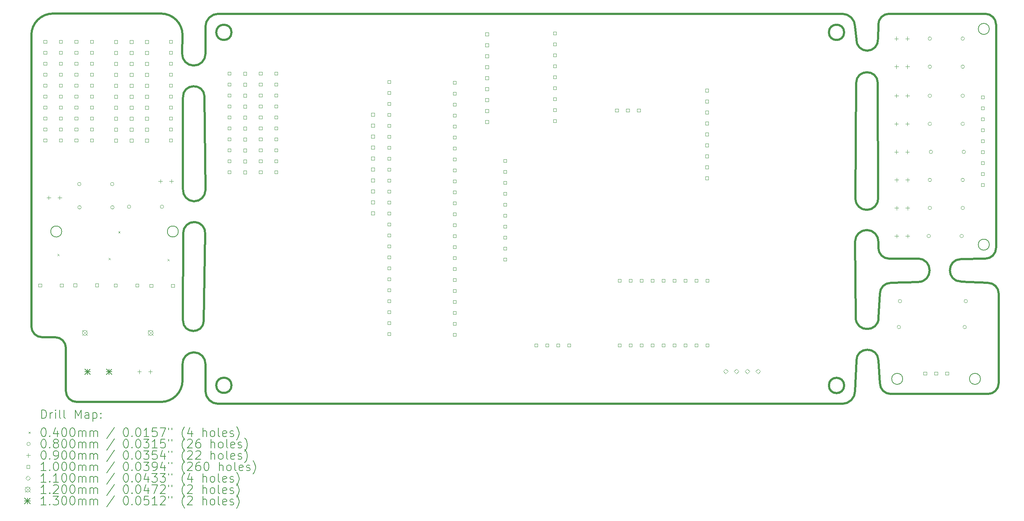
<source format=gbr>
%TF.GenerationSoftware,KiCad,Pcbnew,8.0.7*%
%TF.CreationDate,2025-06-17T16:53:55+08:00*%
%TF.ProjectId,TT_0.4_Control_board!,54545f30-2e34-45f4-936f-6e74726f6c5f,rev?*%
%TF.SameCoordinates,Original*%
%TF.FileFunction,Drillmap*%
%TF.FilePolarity,Positive*%
%FSLAX45Y45*%
G04 Gerber Fmt 4.5, Leading zero omitted, Abs format (unit mm)*
G04 Created by KiCad (PCBNEW 8.0.7) date 2025-06-17 16:53:55*
%MOMM*%
%LPD*%
G01*
G04 APERTURE LIST*
%ADD10C,0.500000*%
%ADD11C,0.200000*%
%ADD12C,0.100000*%
%ADD13C,0.110000*%
%ADD14C,0.120000*%
%ADD15C,0.130000*%
G04 APERTURE END LIST*
D10*
X3260000Y-6415000D02*
G75*
G02*
X3760000Y-5915000I500000J0D01*
G01*
X22330000Y-6220000D02*
X22360000Y-6515000D01*
D11*
X3962500Y-10965000D02*
G75*
G02*
X3707500Y-10965000I-127500J0D01*
G01*
X3707500Y-10965000D02*
G75*
G02*
X3962500Y-10965000I127500J0D01*
G01*
D10*
X23155000Y-12155000D02*
X23785000Y-12135000D01*
X22859768Y-6510308D02*
X22868500Y-6170000D01*
X22030000Y-5920000D02*
G75*
G02*
X22330000Y-6220000I0J-300000D01*
G01*
X6775000Y-11000000D02*
G75*
G02*
X7284219Y-11019939I255000J0D01*
G01*
X22355000Y-7525000D02*
X22335000Y-10205000D01*
X6260000Y-5915000D02*
G75*
G02*
X6760000Y-6415000I0J-500000D01*
G01*
X22355000Y-7525000D02*
G75*
G02*
X22855000Y-7525000I250000J0D01*
G01*
X22076918Y-14533082D02*
G75*
G02*
X21723082Y-14533082I-176918J0D01*
G01*
X21723082Y-14533082D02*
G75*
G02*
X22076918Y-14533082I176918J0D01*
G01*
X4060000Y-13665000D02*
X4060000Y-14665000D01*
X25593500Y-11345000D02*
G75*
G02*
X25343500Y-11595000I-250000J0D01*
G01*
X23118500Y-11595000D02*
G75*
G02*
X22868500Y-11345000I0J250000D01*
G01*
X25593500Y-6170000D02*
X25593500Y-11345000D01*
X23155000Y-14730000D02*
G75*
G02*
X22905000Y-14480000I0J250000D01*
G01*
X24785000Y-12125000D02*
G75*
G02*
X24785000Y-11605000I0J260000D01*
G01*
X7290000Y-6850000D02*
X7290000Y-6220000D01*
X23118500Y-5920000D02*
X25343500Y-5920000D01*
X7290000Y-6220000D02*
G75*
G02*
X7590000Y-5920000I300000J0D01*
G01*
X22868500Y-6170000D02*
G75*
G02*
X23118500Y-5920000I250000J0D01*
G01*
X3810000Y-13415000D02*
G75*
G02*
X4060000Y-13665000I0J-250000D01*
G01*
X6760000Y-14040000D02*
X6760000Y-14415000D01*
X7290000Y-6850000D02*
G75*
G02*
X6750200Y-6839623I-270000J0D01*
G01*
X22869920Y-11206583D02*
X22868500Y-11345000D01*
X25405000Y-14730000D02*
X23155000Y-14730000D01*
X25343500Y-5920000D02*
G75*
G02*
X25593500Y-6170000I0J-250000D01*
G01*
X4310000Y-14915000D02*
G75*
G02*
X4060000Y-14665000I0J250000D01*
G01*
X7290432Y-10005000D02*
G75*
G02*
X6770000Y-9990000I-260432J0D01*
G01*
D11*
X25437500Y-6270000D02*
G75*
G02*
X25182500Y-6270000I-127500J0D01*
G01*
X25182500Y-6270000D02*
G75*
G02*
X25437500Y-6270000I127500J0D01*
G01*
D10*
X7590000Y-14960000D02*
G75*
G02*
X7290000Y-14660000I0J300000D01*
G01*
D11*
X25437500Y-11270000D02*
G75*
G02*
X25182500Y-11270000I-127500J0D01*
G01*
X25182500Y-11270000D02*
G75*
G02*
X25437500Y-11270000I127500J0D01*
G01*
D10*
X22330000Y-11200000D02*
X22345000Y-12960000D01*
X22360050Y-13964999D02*
G75*
G02*
X22870048Y-13954899I255000J4999D01*
G01*
D11*
X6662500Y-10965000D02*
G75*
G02*
X6407500Y-10965000I-127500J0D01*
G01*
X6407500Y-10965000D02*
G75*
G02*
X6662500Y-10965000I127500J0D01*
G01*
D10*
X6775000Y-11000000D02*
X6770000Y-13030000D01*
X7269983Y-7839584D02*
X7290432Y-10005000D01*
X25405000Y-12155000D02*
G75*
G02*
X25655000Y-12405000I0J-250000D01*
G01*
X22875000Y-12960000D02*
G75*
G02*
X22345000Y-12960000I-265000J0D01*
G01*
X6770000Y-7860000D02*
G75*
G02*
X7269983Y-7839584I250000J10000D01*
G01*
X22330000Y-11200000D02*
G75*
G02*
X22869920Y-11206583I270000J0D01*
G01*
X7893836Y-6350000D02*
G75*
G02*
X7540000Y-6350000I-176918J0D01*
G01*
X7540000Y-6350000D02*
G75*
G02*
X7893836Y-6350000I176918J0D01*
G01*
X7590000Y-5920000D02*
X22030000Y-5920000D01*
X22905000Y-14480000D02*
X22870048Y-13954899D01*
X6770000Y-7860000D02*
X6770000Y-9990000D01*
X6260000Y-14915000D02*
X4310000Y-14915000D01*
X7251115Y-13035451D02*
G75*
G02*
X6769999Y-13030000I-240522J5867D01*
G01*
X6760000Y-6415000D02*
X6750200Y-6839623D01*
X22864975Y-10193838D02*
G75*
G02*
X22335000Y-10205000I-264976J-6162D01*
G01*
X22030000Y-14960000D02*
X7590000Y-14960000D01*
X7290092Y-14037165D02*
X7290000Y-14660000D01*
X22360050Y-13964999D02*
X22330000Y-14660000D01*
X6760000Y-14040000D02*
G75*
G02*
X7290092Y-14037165I265000J10000D01*
G01*
X3760000Y-5915000D02*
X6260000Y-5915000D01*
X6760000Y-14415000D02*
G75*
G02*
X6260000Y-14915000I-500000J0D01*
G01*
X7284219Y-11019939D02*
X7251115Y-13035451D01*
X3260000Y-13165000D02*
X3260000Y-6415000D01*
X3510000Y-13415000D02*
X3810000Y-13415000D01*
X23785000Y-11595000D02*
X23118500Y-11595000D01*
X22859768Y-6510308D02*
G75*
G02*
X22360000Y-6515000I-249768J-14692D01*
G01*
X22875000Y-12960000D02*
X22905000Y-12405000D01*
X22076918Y-6350000D02*
G75*
G02*
X21723082Y-6350000I-176918J0D01*
G01*
X21723082Y-6350000D02*
G75*
G02*
X22076918Y-6350000I176918J0D01*
G01*
X22905000Y-12405000D02*
G75*
G02*
X23155000Y-12155000I250000J0D01*
G01*
X22855000Y-7525000D02*
X22864975Y-10193838D01*
X22330000Y-14660000D02*
G75*
G02*
X22030000Y-14960000I-300000J0D01*
G01*
X3510000Y-13415000D02*
G75*
G02*
X3260000Y-13165000I0J250000D01*
G01*
X25655000Y-12405000D02*
X25655000Y-14480000D01*
X24785000Y-12125000D02*
X25405000Y-12155000D01*
D11*
X25232500Y-14380000D02*
G75*
G02*
X24977500Y-14380000I-127500J0D01*
G01*
X24977500Y-14380000D02*
G75*
G02*
X25232500Y-14380000I127500J0D01*
G01*
D10*
X7893836Y-14530000D02*
G75*
G02*
X7540000Y-14530000I-176918J0D01*
G01*
X7540000Y-14530000D02*
G75*
G02*
X7893836Y-14530000I176918J0D01*
G01*
X24785000Y-11605000D02*
X25343500Y-11595000D01*
D11*
X23432500Y-14380000D02*
G75*
G02*
X23177500Y-14380000I-127500J0D01*
G01*
X23177500Y-14380000D02*
G75*
G02*
X23432500Y-14380000I127500J0D01*
G01*
D10*
X25655000Y-14480000D02*
G75*
G02*
X25405000Y-14730000I-250000J0D01*
G01*
X23785000Y-11595000D02*
G75*
G02*
X23785000Y-12135000I0J-270000D01*
G01*
D11*
D12*
X3865000Y-11485000D02*
X3905000Y-11525000D01*
X3905000Y-11485000D02*
X3865000Y-11525000D01*
X5050000Y-11580000D02*
X5090000Y-11620000D01*
X5090000Y-11580000D02*
X5050000Y-11620000D01*
X5275000Y-10960000D02*
X5315000Y-11000000D01*
X5315000Y-10960000D02*
X5275000Y-11000000D01*
X6410000Y-11605000D02*
X6450000Y-11645000D01*
X6450000Y-11605000D02*
X6410000Y-11645000D01*
X4409000Y-9865000D02*
G75*
G02*
X4329000Y-9865000I-40000J0D01*
G01*
X4329000Y-9865000D02*
G75*
G02*
X4409000Y-9865000I40000J0D01*
G01*
X4414000Y-10405000D02*
G75*
G02*
X4334000Y-10405000I-40000J0D01*
G01*
X4334000Y-10405000D02*
G75*
G02*
X4414000Y-10405000I40000J0D01*
G01*
X5171000Y-9865000D02*
G75*
G02*
X5091000Y-9865000I-40000J0D01*
G01*
X5091000Y-9865000D02*
G75*
G02*
X5171000Y-9865000I40000J0D01*
G01*
X5176000Y-10405000D02*
G75*
G02*
X5096000Y-10405000I-40000J0D01*
G01*
X5096000Y-10405000D02*
G75*
G02*
X5176000Y-10405000I40000J0D01*
G01*
X5560000Y-10390000D02*
G75*
G02*
X5480000Y-10390000I-40000J0D01*
G01*
X5480000Y-10390000D02*
G75*
G02*
X5560000Y-10390000I40000J0D01*
G01*
X6322000Y-10390000D02*
G75*
G02*
X6242000Y-10390000I-40000J0D01*
G01*
X6242000Y-10390000D02*
G75*
G02*
X6322000Y-10390000I40000J0D01*
G01*
X23383000Y-13180000D02*
G75*
G02*
X23303000Y-13180000I-40000J0D01*
G01*
X23303000Y-13180000D02*
G75*
G02*
X23383000Y-13180000I40000J0D01*
G01*
X23408000Y-12580000D02*
G75*
G02*
X23328000Y-12580000I-40000J0D01*
G01*
X23328000Y-12580000D02*
G75*
G02*
X23408000Y-12580000I40000J0D01*
G01*
X24075000Y-11070000D02*
G75*
G02*
X23995000Y-11070000I-40000J0D01*
G01*
X23995000Y-11070000D02*
G75*
G02*
X24075000Y-11070000I40000J0D01*
G01*
X24100000Y-6495000D02*
G75*
G02*
X24020000Y-6495000I-40000J0D01*
G01*
X24020000Y-6495000D02*
G75*
G02*
X24100000Y-6495000I40000J0D01*
G01*
X24100000Y-7145000D02*
G75*
G02*
X24020000Y-7145000I-40000J0D01*
G01*
X24020000Y-7145000D02*
G75*
G02*
X24100000Y-7145000I40000J0D01*
G01*
X24100000Y-7820000D02*
G75*
G02*
X24020000Y-7820000I-40000J0D01*
G01*
X24020000Y-7820000D02*
G75*
G02*
X24100000Y-7820000I40000J0D01*
G01*
X24100000Y-8470000D02*
G75*
G02*
X24020000Y-8470000I-40000J0D01*
G01*
X24020000Y-8470000D02*
G75*
G02*
X24100000Y-8470000I40000J0D01*
G01*
X24100000Y-9770000D02*
G75*
G02*
X24020000Y-9770000I-40000J0D01*
G01*
X24020000Y-9770000D02*
G75*
G02*
X24100000Y-9770000I40000J0D01*
G01*
X24100000Y-10420000D02*
G75*
G02*
X24020000Y-10420000I-40000J0D01*
G01*
X24020000Y-10420000D02*
G75*
G02*
X24100000Y-10420000I40000J0D01*
G01*
X24125000Y-9120000D02*
G75*
G02*
X24045000Y-9120000I-40000J0D01*
G01*
X24045000Y-9120000D02*
G75*
G02*
X24125000Y-9120000I40000J0D01*
G01*
X24837000Y-11070000D02*
G75*
G02*
X24757000Y-11070000I-40000J0D01*
G01*
X24757000Y-11070000D02*
G75*
G02*
X24837000Y-11070000I40000J0D01*
G01*
X24862000Y-6495000D02*
G75*
G02*
X24782000Y-6495000I-40000J0D01*
G01*
X24782000Y-6495000D02*
G75*
G02*
X24862000Y-6495000I40000J0D01*
G01*
X24862000Y-7145000D02*
G75*
G02*
X24782000Y-7145000I-40000J0D01*
G01*
X24782000Y-7145000D02*
G75*
G02*
X24862000Y-7145000I40000J0D01*
G01*
X24862000Y-7820000D02*
G75*
G02*
X24782000Y-7820000I-40000J0D01*
G01*
X24782000Y-7820000D02*
G75*
G02*
X24862000Y-7820000I40000J0D01*
G01*
X24862000Y-8470000D02*
G75*
G02*
X24782000Y-8470000I-40000J0D01*
G01*
X24782000Y-8470000D02*
G75*
G02*
X24862000Y-8470000I40000J0D01*
G01*
X24862000Y-9770000D02*
G75*
G02*
X24782000Y-9770000I-40000J0D01*
G01*
X24782000Y-9770000D02*
G75*
G02*
X24862000Y-9770000I40000J0D01*
G01*
X24862000Y-10420000D02*
G75*
G02*
X24782000Y-10420000I-40000J0D01*
G01*
X24782000Y-10420000D02*
G75*
G02*
X24862000Y-10420000I40000J0D01*
G01*
X24887000Y-9120000D02*
G75*
G02*
X24807000Y-9120000I-40000J0D01*
G01*
X24807000Y-9120000D02*
G75*
G02*
X24887000Y-9120000I40000J0D01*
G01*
X24907000Y-13180000D02*
G75*
G02*
X24827000Y-13180000I-40000J0D01*
G01*
X24827000Y-13180000D02*
G75*
G02*
X24907000Y-13180000I40000J0D01*
G01*
X24932000Y-12580000D02*
G75*
G02*
X24852000Y-12580000I-40000J0D01*
G01*
X24852000Y-12580000D02*
G75*
G02*
X24932000Y-12580000I40000J0D01*
G01*
X3662500Y-10135000D02*
X3662500Y-10225000D01*
X3617500Y-10180000D02*
X3707500Y-10180000D01*
X3916500Y-10135000D02*
X3916500Y-10225000D01*
X3871500Y-10180000D02*
X3961500Y-10180000D01*
X5760000Y-14170000D02*
X5760000Y-14260000D01*
X5715000Y-14215000D02*
X5805000Y-14215000D01*
X6014000Y-14170000D02*
X6014000Y-14260000D01*
X5969000Y-14215000D02*
X6059000Y-14215000D01*
X6247500Y-9755000D02*
X6247500Y-9845000D01*
X6202500Y-9800000D02*
X6292500Y-9800000D01*
X6501500Y-9755000D02*
X6501500Y-9845000D01*
X6456500Y-9800000D02*
X6546500Y-9800000D01*
X23287000Y-6450000D02*
X23287000Y-6540000D01*
X23242000Y-6495000D02*
X23332000Y-6495000D01*
X23287000Y-8425000D02*
X23287000Y-8515000D01*
X23242000Y-8470000D02*
X23332000Y-8470000D01*
X23287000Y-9075000D02*
X23287000Y-9165000D01*
X23242000Y-9120000D02*
X23332000Y-9120000D01*
X23288500Y-7100000D02*
X23288500Y-7190000D01*
X23243500Y-7145000D02*
X23333500Y-7145000D01*
X23288500Y-7775000D02*
X23288500Y-7865000D01*
X23243500Y-7820000D02*
X23333500Y-7820000D01*
X23291000Y-9725000D02*
X23291000Y-9815000D01*
X23246000Y-9770000D02*
X23336000Y-9770000D01*
X23291000Y-10375000D02*
X23291000Y-10465000D01*
X23246000Y-10420000D02*
X23336000Y-10420000D01*
X23291000Y-11025000D02*
X23291000Y-11115000D01*
X23246000Y-11070000D02*
X23336000Y-11070000D01*
X23541000Y-6450000D02*
X23541000Y-6540000D01*
X23496000Y-6495000D02*
X23586000Y-6495000D01*
X23541000Y-8425000D02*
X23541000Y-8515000D01*
X23496000Y-8470000D02*
X23586000Y-8470000D01*
X23541000Y-9075000D02*
X23541000Y-9165000D01*
X23496000Y-9120000D02*
X23586000Y-9120000D01*
X23542500Y-7100000D02*
X23542500Y-7190000D01*
X23497500Y-7145000D02*
X23587500Y-7145000D01*
X23542500Y-7775000D02*
X23542500Y-7865000D01*
X23497500Y-7820000D02*
X23587500Y-7820000D01*
X23545000Y-9725000D02*
X23545000Y-9815000D01*
X23500000Y-9770000D02*
X23590000Y-9770000D01*
X23545000Y-10375000D02*
X23545000Y-10465000D01*
X23500000Y-10420000D02*
X23590000Y-10420000D01*
X23545000Y-11025000D02*
X23545000Y-11115000D01*
X23500000Y-11070000D02*
X23590000Y-11070000D01*
X3495356Y-12250356D02*
X3495356Y-12179644D01*
X3424644Y-12179644D01*
X3424644Y-12250356D01*
X3495356Y-12250356D01*
X3615356Y-6600356D02*
X3615356Y-6529644D01*
X3544644Y-6529644D01*
X3544644Y-6600356D01*
X3615356Y-6600356D01*
X3615356Y-6854356D02*
X3615356Y-6783644D01*
X3544644Y-6783644D01*
X3544644Y-6854356D01*
X3615356Y-6854356D01*
X3615356Y-7108356D02*
X3615356Y-7037644D01*
X3544644Y-7037644D01*
X3544644Y-7108356D01*
X3615356Y-7108356D01*
X3615356Y-7362356D02*
X3615356Y-7291644D01*
X3544644Y-7291644D01*
X3544644Y-7362356D01*
X3615356Y-7362356D01*
X3615356Y-7616356D02*
X3615356Y-7545644D01*
X3544644Y-7545644D01*
X3544644Y-7616356D01*
X3615356Y-7616356D01*
X3615356Y-7870356D02*
X3615356Y-7799644D01*
X3544644Y-7799644D01*
X3544644Y-7870356D01*
X3615356Y-7870356D01*
X3615356Y-8124356D02*
X3615356Y-8053644D01*
X3544644Y-8053644D01*
X3544644Y-8124356D01*
X3615356Y-8124356D01*
X3615356Y-8378356D02*
X3615356Y-8307644D01*
X3544644Y-8307644D01*
X3544644Y-8378356D01*
X3615356Y-8378356D01*
X3615356Y-8632356D02*
X3615356Y-8561644D01*
X3544644Y-8561644D01*
X3544644Y-8632356D01*
X3615356Y-8632356D01*
X3615356Y-8886356D02*
X3615356Y-8815644D01*
X3544644Y-8815644D01*
X3544644Y-8886356D01*
X3615356Y-8886356D01*
X3975356Y-6600356D02*
X3975356Y-6529644D01*
X3904644Y-6529644D01*
X3904644Y-6600356D01*
X3975356Y-6600356D01*
X3975356Y-6854356D02*
X3975356Y-6783644D01*
X3904644Y-6783644D01*
X3904644Y-6854356D01*
X3975356Y-6854356D01*
X3975356Y-7108356D02*
X3975356Y-7037644D01*
X3904644Y-7037644D01*
X3904644Y-7108356D01*
X3975356Y-7108356D01*
X3975356Y-7362356D02*
X3975356Y-7291644D01*
X3904644Y-7291644D01*
X3904644Y-7362356D01*
X3975356Y-7362356D01*
X3975356Y-7616356D02*
X3975356Y-7545644D01*
X3904644Y-7545644D01*
X3904644Y-7616356D01*
X3975356Y-7616356D01*
X3975356Y-7870356D02*
X3975356Y-7799644D01*
X3904644Y-7799644D01*
X3904644Y-7870356D01*
X3975356Y-7870356D01*
X3975356Y-8124356D02*
X3975356Y-8053644D01*
X3904644Y-8053644D01*
X3904644Y-8124356D01*
X3975356Y-8124356D01*
X3975356Y-8378356D02*
X3975356Y-8307644D01*
X3904644Y-8307644D01*
X3904644Y-8378356D01*
X3975356Y-8378356D01*
X3975356Y-8632356D02*
X3975356Y-8561644D01*
X3904644Y-8561644D01*
X3904644Y-8632356D01*
X3975356Y-8632356D01*
X3975356Y-8886356D02*
X3975356Y-8815644D01*
X3904644Y-8815644D01*
X3904644Y-8886356D01*
X3975356Y-8886356D01*
X3995356Y-12250356D02*
X3995356Y-12179644D01*
X3924644Y-12179644D01*
X3924644Y-12250356D01*
X3995356Y-12250356D01*
X4310356Y-12245356D02*
X4310356Y-12174644D01*
X4239644Y-12174644D01*
X4239644Y-12245356D01*
X4310356Y-12245356D01*
X4335356Y-6600356D02*
X4335356Y-6529644D01*
X4264644Y-6529644D01*
X4264644Y-6600356D01*
X4335356Y-6600356D01*
X4335356Y-6854356D02*
X4335356Y-6783644D01*
X4264644Y-6783644D01*
X4264644Y-6854356D01*
X4335356Y-6854356D01*
X4335356Y-7108356D02*
X4335356Y-7037644D01*
X4264644Y-7037644D01*
X4264644Y-7108356D01*
X4335356Y-7108356D01*
X4335356Y-7362356D02*
X4335356Y-7291644D01*
X4264644Y-7291644D01*
X4264644Y-7362356D01*
X4335356Y-7362356D01*
X4335356Y-7616356D02*
X4335356Y-7545644D01*
X4264644Y-7545644D01*
X4264644Y-7616356D01*
X4335356Y-7616356D01*
X4335356Y-7870356D02*
X4335356Y-7799644D01*
X4264644Y-7799644D01*
X4264644Y-7870356D01*
X4335356Y-7870356D01*
X4335356Y-8124356D02*
X4335356Y-8053644D01*
X4264644Y-8053644D01*
X4264644Y-8124356D01*
X4335356Y-8124356D01*
X4335356Y-8378356D02*
X4335356Y-8307644D01*
X4264644Y-8307644D01*
X4264644Y-8378356D01*
X4335356Y-8378356D01*
X4335356Y-8632356D02*
X4335356Y-8561644D01*
X4264644Y-8561644D01*
X4264644Y-8632356D01*
X4335356Y-8632356D01*
X4335356Y-8886356D02*
X4335356Y-8815644D01*
X4264644Y-8815644D01*
X4264644Y-8886356D01*
X4335356Y-8886356D01*
X4695356Y-6600356D02*
X4695356Y-6529644D01*
X4624644Y-6529644D01*
X4624644Y-6600356D01*
X4695356Y-6600356D01*
X4695356Y-6854356D02*
X4695356Y-6783644D01*
X4624644Y-6783644D01*
X4624644Y-6854356D01*
X4695356Y-6854356D01*
X4695356Y-7108356D02*
X4695356Y-7037644D01*
X4624644Y-7037644D01*
X4624644Y-7108356D01*
X4695356Y-7108356D01*
X4695356Y-7362356D02*
X4695356Y-7291644D01*
X4624644Y-7291644D01*
X4624644Y-7362356D01*
X4695356Y-7362356D01*
X4695356Y-7616356D02*
X4695356Y-7545644D01*
X4624644Y-7545644D01*
X4624644Y-7616356D01*
X4695356Y-7616356D01*
X4695356Y-7870356D02*
X4695356Y-7799644D01*
X4624644Y-7799644D01*
X4624644Y-7870356D01*
X4695356Y-7870356D01*
X4695356Y-8124356D02*
X4695356Y-8053644D01*
X4624644Y-8053644D01*
X4624644Y-8124356D01*
X4695356Y-8124356D01*
X4695356Y-8378356D02*
X4695356Y-8307644D01*
X4624644Y-8307644D01*
X4624644Y-8378356D01*
X4695356Y-8378356D01*
X4695356Y-8632356D02*
X4695356Y-8561644D01*
X4624644Y-8561644D01*
X4624644Y-8632356D01*
X4695356Y-8632356D01*
X4695356Y-8886356D02*
X4695356Y-8815644D01*
X4624644Y-8815644D01*
X4624644Y-8886356D01*
X4695356Y-8886356D01*
X4810356Y-12245356D02*
X4810356Y-12174644D01*
X4739644Y-12174644D01*
X4739644Y-12245356D01*
X4810356Y-12245356D01*
X5245356Y-12250356D02*
X5245356Y-12179644D01*
X5174644Y-12179644D01*
X5174644Y-12250356D01*
X5245356Y-12250356D01*
X5254356Y-6606356D02*
X5254356Y-6535644D01*
X5183644Y-6535644D01*
X5183644Y-6606356D01*
X5254356Y-6606356D01*
X5254356Y-6860356D02*
X5254356Y-6789644D01*
X5183644Y-6789644D01*
X5183644Y-6860356D01*
X5254356Y-6860356D01*
X5254356Y-7114356D02*
X5254356Y-7043644D01*
X5183644Y-7043644D01*
X5183644Y-7114356D01*
X5254356Y-7114356D01*
X5254356Y-7368356D02*
X5254356Y-7297644D01*
X5183644Y-7297644D01*
X5183644Y-7368356D01*
X5254356Y-7368356D01*
X5254356Y-7622356D02*
X5254356Y-7551644D01*
X5183644Y-7551644D01*
X5183644Y-7622356D01*
X5254356Y-7622356D01*
X5254356Y-7876356D02*
X5254356Y-7805644D01*
X5183644Y-7805644D01*
X5183644Y-7876356D01*
X5254356Y-7876356D01*
X5254356Y-8130356D02*
X5254356Y-8059644D01*
X5183644Y-8059644D01*
X5183644Y-8130356D01*
X5254356Y-8130356D01*
X5254356Y-8384356D02*
X5254356Y-8313644D01*
X5183644Y-8313644D01*
X5183644Y-8384356D01*
X5254356Y-8384356D01*
X5254356Y-8638356D02*
X5254356Y-8567644D01*
X5183644Y-8567644D01*
X5183644Y-8638356D01*
X5254356Y-8638356D01*
X5254356Y-8892356D02*
X5254356Y-8821644D01*
X5183644Y-8821644D01*
X5183644Y-8892356D01*
X5254356Y-8892356D01*
X5613356Y-6605356D02*
X5613356Y-6534644D01*
X5542644Y-6534644D01*
X5542644Y-6605356D01*
X5613356Y-6605356D01*
X5613356Y-6859356D02*
X5613356Y-6788644D01*
X5542644Y-6788644D01*
X5542644Y-6859356D01*
X5613356Y-6859356D01*
X5613356Y-7113356D02*
X5613356Y-7042644D01*
X5542644Y-7042644D01*
X5542644Y-7113356D01*
X5613356Y-7113356D01*
X5613356Y-7367356D02*
X5613356Y-7296644D01*
X5542644Y-7296644D01*
X5542644Y-7367356D01*
X5613356Y-7367356D01*
X5613356Y-7621356D02*
X5613356Y-7550644D01*
X5542644Y-7550644D01*
X5542644Y-7621356D01*
X5613356Y-7621356D01*
X5613356Y-7875356D02*
X5613356Y-7804644D01*
X5542644Y-7804644D01*
X5542644Y-7875356D01*
X5613356Y-7875356D01*
X5613356Y-8129356D02*
X5613356Y-8058644D01*
X5542644Y-8058644D01*
X5542644Y-8129356D01*
X5613356Y-8129356D01*
X5613356Y-8383356D02*
X5613356Y-8312644D01*
X5542644Y-8312644D01*
X5542644Y-8383356D01*
X5613356Y-8383356D01*
X5613356Y-8637356D02*
X5613356Y-8566644D01*
X5542644Y-8566644D01*
X5542644Y-8637356D01*
X5613356Y-8637356D01*
X5613356Y-8891356D02*
X5613356Y-8820644D01*
X5542644Y-8820644D01*
X5542644Y-8891356D01*
X5613356Y-8891356D01*
X5745356Y-12250356D02*
X5745356Y-12179644D01*
X5674644Y-12179644D01*
X5674644Y-12250356D01*
X5745356Y-12250356D01*
X5969356Y-6606356D02*
X5969356Y-6535644D01*
X5898644Y-6535644D01*
X5898644Y-6606356D01*
X5969356Y-6606356D01*
X5969356Y-6860356D02*
X5969356Y-6789644D01*
X5898644Y-6789644D01*
X5898644Y-6860356D01*
X5969356Y-6860356D01*
X5969356Y-7114356D02*
X5969356Y-7043644D01*
X5898644Y-7043644D01*
X5898644Y-7114356D01*
X5969356Y-7114356D01*
X5969356Y-7368356D02*
X5969356Y-7297644D01*
X5898644Y-7297644D01*
X5898644Y-7368356D01*
X5969356Y-7368356D01*
X5969356Y-7622356D02*
X5969356Y-7551644D01*
X5898644Y-7551644D01*
X5898644Y-7622356D01*
X5969356Y-7622356D01*
X5969356Y-7876356D02*
X5969356Y-7805644D01*
X5898644Y-7805644D01*
X5898644Y-7876356D01*
X5969356Y-7876356D01*
X5969356Y-8130356D02*
X5969356Y-8059644D01*
X5898644Y-8059644D01*
X5898644Y-8130356D01*
X5969356Y-8130356D01*
X5969356Y-8384356D02*
X5969356Y-8313644D01*
X5898644Y-8313644D01*
X5898644Y-8384356D01*
X5969356Y-8384356D01*
X5969356Y-8638356D02*
X5969356Y-8567644D01*
X5898644Y-8567644D01*
X5898644Y-8638356D01*
X5969356Y-8638356D01*
X5969356Y-8892356D02*
X5969356Y-8821644D01*
X5898644Y-8821644D01*
X5898644Y-8892356D01*
X5969356Y-8892356D01*
X6070356Y-12255356D02*
X6070356Y-12184644D01*
X5999644Y-12184644D01*
X5999644Y-12255356D01*
X6070356Y-12255356D01*
X6525356Y-6601356D02*
X6525356Y-6530644D01*
X6454644Y-6530644D01*
X6454644Y-6601356D01*
X6525356Y-6601356D01*
X6525356Y-6855356D02*
X6525356Y-6784644D01*
X6454644Y-6784644D01*
X6454644Y-6855356D01*
X6525356Y-6855356D01*
X6525356Y-7109356D02*
X6525356Y-7038644D01*
X6454644Y-7038644D01*
X6454644Y-7109356D01*
X6525356Y-7109356D01*
X6525356Y-7363356D02*
X6525356Y-7292644D01*
X6454644Y-7292644D01*
X6454644Y-7363356D01*
X6525356Y-7363356D01*
X6525356Y-7617356D02*
X6525356Y-7546644D01*
X6454644Y-7546644D01*
X6454644Y-7617356D01*
X6525356Y-7617356D01*
X6525356Y-7871356D02*
X6525356Y-7800644D01*
X6454644Y-7800644D01*
X6454644Y-7871356D01*
X6525356Y-7871356D01*
X6525356Y-8125356D02*
X6525356Y-8054644D01*
X6454644Y-8054644D01*
X6454644Y-8125356D01*
X6525356Y-8125356D01*
X6525356Y-8379356D02*
X6525356Y-8308644D01*
X6454644Y-8308644D01*
X6454644Y-8379356D01*
X6525356Y-8379356D01*
X6525356Y-8633356D02*
X6525356Y-8562644D01*
X6454644Y-8562644D01*
X6454644Y-8633356D01*
X6525356Y-8633356D01*
X6525356Y-8887356D02*
X6525356Y-8816644D01*
X6454644Y-8816644D01*
X6454644Y-8887356D01*
X6525356Y-8887356D01*
X6570356Y-12255356D02*
X6570356Y-12184644D01*
X6499644Y-12184644D01*
X6499644Y-12255356D01*
X6570356Y-12255356D01*
X7880356Y-7336356D02*
X7880356Y-7265644D01*
X7809644Y-7265644D01*
X7809644Y-7336356D01*
X7880356Y-7336356D01*
X7880356Y-7590356D02*
X7880356Y-7519644D01*
X7809644Y-7519644D01*
X7809644Y-7590356D01*
X7880356Y-7590356D01*
X7880356Y-7844356D02*
X7880356Y-7773644D01*
X7809644Y-7773644D01*
X7809644Y-7844356D01*
X7880356Y-7844356D01*
X7880356Y-8098356D02*
X7880356Y-8027644D01*
X7809644Y-8027644D01*
X7809644Y-8098356D01*
X7880356Y-8098356D01*
X7880356Y-8352356D02*
X7880356Y-8281644D01*
X7809644Y-8281644D01*
X7809644Y-8352356D01*
X7880356Y-8352356D01*
X7880356Y-8606356D02*
X7880356Y-8535644D01*
X7809644Y-8535644D01*
X7809644Y-8606356D01*
X7880356Y-8606356D01*
X7880356Y-8860356D02*
X7880356Y-8789644D01*
X7809644Y-8789644D01*
X7809644Y-8860356D01*
X7880356Y-8860356D01*
X7880356Y-9114356D02*
X7880356Y-9043644D01*
X7809644Y-9043644D01*
X7809644Y-9114356D01*
X7880356Y-9114356D01*
X7880356Y-9368356D02*
X7880356Y-9297644D01*
X7809644Y-9297644D01*
X7809644Y-9368356D01*
X7880356Y-9368356D01*
X7880356Y-9622356D02*
X7880356Y-9551644D01*
X7809644Y-9551644D01*
X7809644Y-9622356D01*
X7880356Y-9622356D01*
X8240356Y-7341356D02*
X8240356Y-7270644D01*
X8169644Y-7270644D01*
X8169644Y-7341356D01*
X8240356Y-7341356D01*
X8240356Y-7595356D02*
X8240356Y-7524644D01*
X8169644Y-7524644D01*
X8169644Y-7595356D01*
X8240356Y-7595356D01*
X8240356Y-7849356D02*
X8240356Y-7778644D01*
X8169644Y-7778644D01*
X8169644Y-7849356D01*
X8240356Y-7849356D01*
X8240356Y-8103356D02*
X8240356Y-8032644D01*
X8169644Y-8032644D01*
X8169644Y-8103356D01*
X8240356Y-8103356D01*
X8240356Y-8357356D02*
X8240356Y-8286644D01*
X8169644Y-8286644D01*
X8169644Y-8357356D01*
X8240356Y-8357356D01*
X8240356Y-8611356D02*
X8240356Y-8540644D01*
X8169644Y-8540644D01*
X8169644Y-8611356D01*
X8240356Y-8611356D01*
X8240356Y-8865356D02*
X8240356Y-8794644D01*
X8169644Y-8794644D01*
X8169644Y-8865356D01*
X8240356Y-8865356D01*
X8240356Y-9119356D02*
X8240356Y-9048644D01*
X8169644Y-9048644D01*
X8169644Y-9119356D01*
X8240356Y-9119356D01*
X8240356Y-9373356D02*
X8240356Y-9302644D01*
X8169644Y-9302644D01*
X8169644Y-9373356D01*
X8240356Y-9373356D01*
X8240356Y-9627356D02*
X8240356Y-9556644D01*
X8169644Y-9556644D01*
X8169644Y-9627356D01*
X8240356Y-9627356D01*
X8600356Y-7336356D02*
X8600356Y-7265644D01*
X8529644Y-7265644D01*
X8529644Y-7336356D01*
X8600356Y-7336356D01*
X8600356Y-7590356D02*
X8600356Y-7519644D01*
X8529644Y-7519644D01*
X8529644Y-7590356D01*
X8600356Y-7590356D01*
X8600356Y-7844356D02*
X8600356Y-7773644D01*
X8529644Y-7773644D01*
X8529644Y-7844356D01*
X8600356Y-7844356D01*
X8600356Y-8098356D02*
X8600356Y-8027644D01*
X8529644Y-8027644D01*
X8529644Y-8098356D01*
X8600356Y-8098356D01*
X8600356Y-8352356D02*
X8600356Y-8281644D01*
X8529644Y-8281644D01*
X8529644Y-8352356D01*
X8600356Y-8352356D01*
X8600356Y-8606356D02*
X8600356Y-8535644D01*
X8529644Y-8535644D01*
X8529644Y-8606356D01*
X8600356Y-8606356D01*
X8600356Y-8860356D02*
X8600356Y-8789644D01*
X8529644Y-8789644D01*
X8529644Y-8860356D01*
X8600356Y-8860356D01*
X8600356Y-9114356D02*
X8600356Y-9043644D01*
X8529644Y-9043644D01*
X8529644Y-9114356D01*
X8600356Y-9114356D01*
X8600356Y-9368356D02*
X8600356Y-9297644D01*
X8529644Y-9297644D01*
X8529644Y-9368356D01*
X8600356Y-9368356D01*
X8600356Y-9622356D02*
X8600356Y-9551644D01*
X8529644Y-9551644D01*
X8529644Y-9622356D01*
X8600356Y-9622356D01*
X8960356Y-7336356D02*
X8960356Y-7265644D01*
X8889644Y-7265644D01*
X8889644Y-7336356D01*
X8960356Y-7336356D01*
X8960356Y-7590356D02*
X8960356Y-7519644D01*
X8889644Y-7519644D01*
X8889644Y-7590356D01*
X8960356Y-7590356D01*
X8960356Y-7844356D02*
X8960356Y-7773644D01*
X8889644Y-7773644D01*
X8889644Y-7844356D01*
X8960356Y-7844356D01*
X8960356Y-8098356D02*
X8960356Y-8027644D01*
X8889644Y-8027644D01*
X8889644Y-8098356D01*
X8960356Y-8098356D01*
X8960356Y-8352356D02*
X8960356Y-8281644D01*
X8889644Y-8281644D01*
X8889644Y-8352356D01*
X8960356Y-8352356D01*
X8960356Y-8606356D02*
X8960356Y-8535644D01*
X8889644Y-8535644D01*
X8889644Y-8606356D01*
X8960356Y-8606356D01*
X8960356Y-8860356D02*
X8960356Y-8789644D01*
X8889644Y-8789644D01*
X8889644Y-8860356D01*
X8960356Y-8860356D01*
X8960356Y-9114356D02*
X8960356Y-9043644D01*
X8889644Y-9043644D01*
X8889644Y-9114356D01*
X8960356Y-9114356D01*
X8960356Y-9368356D02*
X8960356Y-9297644D01*
X8889644Y-9297644D01*
X8889644Y-9368356D01*
X8960356Y-9368356D01*
X8960356Y-9622356D02*
X8960356Y-9551644D01*
X8889644Y-9551644D01*
X8889644Y-9622356D01*
X8960356Y-9622356D01*
X11200356Y-8291356D02*
X11200356Y-8220644D01*
X11129644Y-8220644D01*
X11129644Y-8291356D01*
X11200356Y-8291356D01*
X11200356Y-8545356D02*
X11200356Y-8474644D01*
X11129644Y-8474644D01*
X11129644Y-8545356D01*
X11200356Y-8545356D01*
X11200356Y-8799356D02*
X11200356Y-8728644D01*
X11129644Y-8728644D01*
X11129644Y-8799356D01*
X11200356Y-8799356D01*
X11200356Y-9053356D02*
X11200356Y-8982644D01*
X11129644Y-8982644D01*
X11129644Y-9053356D01*
X11200356Y-9053356D01*
X11200356Y-9307356D02*
X11200356Y-9236644D01*
X11129644Y-9236644D01*
X11129644Y-9307356D01*
X11200356Y-9307356D01*
X11200356Y-9561356D02*
X11200356Y-9490644D01*
X11129644Y-9490644D01*
X11129644Y-9561356D01*
X11200356Y-9561356D01*
X11200356Y-9815356D02*
X11200356Y-9744644D01*
X11129644Y-9744644D01*
X11129644Y-9815356D01*
X11200356Y-9815356D01*
X11200356Y-10069356D02*
X11200356Y-9998644D01*
X11129644Y-9998644D01*
X11129644Y-10069356D01*
X11200356Y-10069356D01*
X11200356Y-10323356D02*
X11200356Y-10252644D01*
X11129644Y-10252644D01*
X11129644Y-10323356D01*
X11200356Y-10323356D01*
X11200356Y-10577356D02*
X11200356Y-10506644D01*
X11129644Y-10506644D01*
X11129644Y-10577356D01*
X11200356Y-10577356D01*
X11575356Y-7531356D02*
X11575356Y-7460644D01*
X11504644Y-7460644D01*
X11504644Y-7531356D01*
X11575356Y-7531356D01*
X11575356Y-7785356D02*
X11575356Y-7714644D01*
X11504644Y-7714644D01*
X11504644Y-7785356D01*
X11575356Y-7785356D01*
X11575356Y-8039356D02*
X11575356Y-7968644D01*
X11504644Y-7968644D01*
X11504644Y-8039356D01*
X11575356Y-8039356D01*
X11575356Y-8293356D02*
X11575356Y-8222644D01*
X11504644Y-8222644D01*
X11504644Y-8293356D01*
X11575356Y-8293356D01*
X11575356Y-8547356D02*
X11575356Y-8476644D01*
X11504644Y-8476644D01*
X11504644Y-8547356D01*
X11575356Y-8547356D01*
X11575356Y-8801356D02*
X11575356Y-8730644D01*
X11504644Y-8730644D01*
X11504644Y-8801356D01*
X11575356Y-8801356D01*
X11575356Y-9055356D02*
X11575356Y-8984644D01*
X11504644Y-8984644D01*
X11504644Y-9055356D01*
X11575356Y-9055356D01*
X11575356Y-9309356D02*
X11575356Y-9238644D01*
X11504644Y-9238644D01*
X11504644Y-9309356D01*
X11575356Y-9309356D01*
X11575356Y-9563356D02*
X11575356Y-9492644D01*
X11504644Y-9492644D01*
X11504644Y-9563356D01*
X11575356Y-9563356D01*
X11575356Y-9817356D02*
X11575356Y-9746644D01*
X11504644Y-9746644D01*
X11504644Y-9817356D01*
X11575356Y-9817356D01*
X11575356Y-10071356D02*
X11575356Y-10000644D01*
X11504644Y-10000644D01*
X11504644Y-10071356D01*
X11575356Y-10071356D01*
X11575356Y-10325356D02*
X11575356Y-10254644D01*
X11504644Y-10254644D01*
X11504644Y-10325356D01*
X11575356Y-10325356D01*
X11575356Y-10579356D02*
X11575356Y-10508644D01*
X11504644Y-10508644D01*
X11504644Y-10579356D01*
X11575356Y-10579356D01*
X11575356Y-10833356D02*
X11575356Y-10762644D01*
X11504644Y-10762644D01*
X11504644Y-10833356D01*
X11575356Y-10833356D01*
X11575356Y-11087356D02*
X11575356Y-11016644D01*
X11504644Y-11016644D01*
X11504644Y-11087356D01*
X11575356Y-11087356D01*
X11575356Y-11341356D02*
X11575356Y-11270644D01*
X11504644Y-11270644D01*
X11504644Y-11341356D01*
X11575356Y-11341356D01*
X11575356Y-11595356D02*
X11575356Y-11524644D01*
X11504644Y-11524644D01*
X11504644Y-11595356D01*
X11575356Y-11595356D01*
X11575356Y-11849356D02*
X11575356Y-11778644D01*
X11504644Y-11778644D01*
X11504644Y-11849356D01*
X11575356Y-11849356D01*
X11575356Y-12103356D02*
X11575356Y-12032644D01*
X11504644Y-12032644D01*
X11504644Y-12103356D01*
X11575356Y-12103356D01*
X11575356Y-12357356D02*
X11575356Y-12286644D01*
X11504644Y-12286644D01*
X11504644Y-12357356D01*
X11575356Y-12357356D01*
X11575356Y-12611356D02*
X11575356Y-12540644D01*
X11504644Y-12540644D01*
X11504644Y-12611356D01*
X11575356Y-12611356D01*
X11575356Y-12865356D02*
X11575356Y-12794644D01*
X11504644Y-12794644D01*
X11504644Y-12865356D01*
X11575356Y-12865356D01*
X11575356Y-13119356D02*
X11575356Y-13048644D01*
X11504644Y-13048644D01*
X11504644Y-13119356D01*
X11575356Y-13119356D01*
X11575356Y-13373356D02*
X11575356Y-13302644D01*
X11504644Y-13302644D01*
X11504644Y-13373356D01*
X11575356Y-13373356D01*
X13095356Y-7547356D02*
X13095356Y-7476644D01*
X13024644Y-7476644D01*
X13024644Y-7547356D01*
X13095356Y-7547356D01*
X13095356Y-7801356D02*
X13095356Y-7730644D01*
X13024644Y-7730644D01*
X13024644Y-7801356D01*
X13095356Y-7801356D01*
X13095356Y-8055356D02*
X13095356Y-7984644D01*
X13024644Y-7984644D01*
X13024644Y-8055356D01*
X13095356Y-8055356D01*
X13095356Y-8309356D02*
X13095356Y-8238644D01*
X13024644Y-8238644D01*
X13024644Y-8309356D01*
X13095356Y-8309356D01*
X13095356Y-8563356D02*
X13095356Y-8492644D01*
X13024644Y-8492644D01*
X13024644Y-8563356D01*
X13095356Y-8563356D01*
X13095356Y-8817356D02*
X13095356Y-8746644D01*
X13024644Y-8746644D01*
X13024644Y-8817356D01*
X13095356Y-8817356D01*
X13095356Y-9071356D02*
X13095356Y-9000644D01*
X13024644Y-9000644D01*
X13024644Y-9071356D01*
X13095356Y-9071356D01*
X13095356Y-9325356D02*
X13095356Y-9254644D01*
X13024644Y-9254644D01*
X13024644Y-9325356D01*
X13095356Y-9325356D01*
X13095356Y-9579356D02*
X13095356Y-9508644D01*
X13024644Y-9508644D01*
X13024644Y-9579356D01*
X13095356Y-9579356D01*
X13095356Y-9833356D02*
X13095356Y-9762644D01*
X13024644Y-9762644D01*
X13024644Y-9833356D01*
X13095356Y-9833356D01*
X13095356Y-10087356D02*
X13095356Y-10016644D01*
X13024644Y-10016644D01*
X13024644Y-10087356D01*
X13095356Y-10087356D01*
X13095356Y-10341356D02*
X13095356Y-10270644D01*
X13024644Y-10270644D01*
X13024644Y-10341356D01*
X13095356Y-10341356D01*
X13095356Y-10595356D02*
X13095356Y-10524644D01*
X13024644Y-10524644D01*
X13024644Y-10595356D01*
X13095356Y-10595356D01*
X13095356Y-10849356D02*
X13095356Y-10778644D01*
X13024644Y-10778644D01*
X13024644Y-10849356D01*
X13095356Y-10849356D01*
X13095356Y-11103356D02*
X13095356Y-11032644D01*
X13024644Y-11032644D01*
X13024644Y-11103356D01*
X13095356Y-11103356D01*
X13095356Y-11357356D02*
X13095356Y-11286644D01*
X13024644Y-11286644D01*
X13024644Y-11357356D01*
X13095356Y-11357356D01*
X13095356Y-11611356D02*
X13095356Y-11540644D01*
X13024644Y-11540644D01*
X13024644Y-11611356D01*
X13095356Y-11611356D01*
X13095356Y-11865356D02*
X13095356Y-11794644D01*
X13024644Y-11794644D01*
X13024644Y-11865356D01*
X13095356Y-11865356D01*
X13095356Y-12119356D02*
X13095356Y-12048644D01*
X13024644Y-12048644D01*
X13024644Y-12119356D01*
X13095356Y-12119356D01*
X13095356Y-12373356D02*
X13095356Y-12302644D01*
X13024644Y-12302644D01*
X13024644Y-12373356D01*
X13095356Y-12373356D01*
X13095356Y-12627356D02*
X13095356Y-12556644D01*
X13024644Y-12556644D01*
X13024644Y-12627356D01*
X13095356Y-12627356D01*
X13095356Y-12881356D02*
X13095356Y-12810644D01*
X13024644Y-12810644D01*
X13024644Y-12881356D01*
X13095356Y-12881356D01*
X13095356Y-13135356D02*
X13095356Y-13064644D01*
X13024644Y-13064644D01*
X13024644Y-13135356D01*
X13095356Y-13135356D01*
X13095356Y-13389356D02*
X13095356Y-13318644D01*
X13024644Y-13318644D01*
X13024644Y-13389356D01*
X13095356Y-13389356D01*
X13842856Y-6426856D02*
X13842856Y-6356144D01*
X13772144Y-6356144D01*
X13772144Y-6426856D01*
X13842856Y-6426856D01*
X13842856Y-6680856D02*
X13842856Y-6610144D01*
X13772144Y-6610144D01*
X13772144Y-6680856D01*
X13842856Y-6680856D01*
X13842856Y-6934856D02*
X13842856Y-6864144D01*
X13772144Y-6864144D01*
X13772144Y-6934856D01*
X13842856Y-6934856D01*
X13842856Y-7188856D02*
X13842856Y-7118144D01*
X13772144Y-7118144D01*
X13772144Y-7188856D01*
X13842856Y-7188856D01*
X13842856Y-7442856D02*
X13842856Y-7372144D01*
X13772144Y-7372144D01*
X13772144Y-7442856D01*
X13842856Y-7442856D01*
X13842856Y-7696856D02*
X13842856Y-7626144D01*
X13772144Y-7626144D01*
X13772144Y-7696856D01*
X13842856Y-7696856D01*
X13842856Y-7950856D02*
X13842856Y-7880144D01*
X13772144Y-7880144D01*
X13772144Y-7950856D01*
X13842856Y-7950856D01*
X13842856Y-8204856D02*
X13842856Y-8134144D01*
X13772144Y-8134144D01*
X13772144Y-8204856D01*
X13842856Y-8204856D01*
X13842856Y-8458856D02*
X13842856Y-8388144D01*
X13772144Y-8388144D01*
X13772144Y-8458856D01*
X13842856Y-8458856D01*
X14262856Y-9358856D02*
X14262856Y-9288144D01*
X14192144Y-9288144D01*
X14192144Y-9358856D01*
X14262856Y-9358856D01*
X14262856Y-9612856D02*
X14262856Y-9542144D01*
X14192144Y-9542144D01*
X14192144Y-9612856D01*
X14262856Y-9612856D01*
X14262856Y-9866856D02*
X14262856Y-9796144D01*
X14192144Y-9796144D01*
X14192144Y-9866856D01*
X14262856Y-9866856D01*
X14262856Y-10120856D02*
X14262856Y-10050144D01*
X14192144Y-10050144D01*
X14192144Y-10120856D01*
X14262856Y-10120856D01*
X14262856Y-10374856D02*
X14262856Y-10304144D01*
X14192144Y-10304144D01*
X14192144Y-10374856D01*
X14262856Y-10374856D01*
X14262856Y-10628856D02*
X14262856Y-10558144D01*
X14192144Y-10558144D01*
X14192144Y-10628856D01*
X14262856Y-10628856D01*
X14262856Y-10882856D02*
X14262856Y-10812144D01*
X14192144Y-10812144D01*
X14192144Y-10882856D01*
X14262856Y-10882856D01*
X14262856Y-11136856D02*
X14262856Y-11066144D01*
X14192144Y-11066144D01*
X14192144Y-11136856D01*
X14262856Y-11136856D01*
X14262856Y-11390856D02*
X14262856Y-11320144D01*
X14192144Y-11320144D01*
X14192144Y-11390856D01*
X14262856Y-11390856D01*
X14262856Y-11644856D02*
X14262856Y-11574144D01*
X14192144Y-11574144D01*
X14192144Y-11644856D01*
X14262856Y-11644856D01*
X14980856Y-13638856D02*
X14980856Y-13568144D01*
X14910144Y-13568144D01*
X14910144Y-13638856D01*
X14980856Y-13638856D01*
X15234856Y-13638856D02*
X15234856Y-13568144D01*
X15164144Y-13568144D01*
X15164144Y-13638856D01*
X15234856Y-13638856D01*
X15412856Y-6406856D02*
X15412856Y-6336144D01*
X15342144Y-6336144D01*
X15342144Y-6406856D01*
X15412856Y-6406856D01*
X15412856Y-6660856D02*
X15412856Y-6590144D01*
X15342144Y-6590144D01*
X15342144Y-6660856D01*
X15412856Y-6660856D01*
X15412856Y-6914856D02*
X15412856Y-6844144D01*
X15342144Y-6844144D01*
X15342144Y-6914856D01*
X15412856Y-6914856D01*
X15412856Y-7168856D02*
X15412856Y-7098144D01*
X15342144Y-7098144D01*
X15342144Y-7168856D01*
X15412856Y-7168856D01*
X15412856Y-7422856D02*
X15412856Y-7352144D01*
X15342144Y-7352144D01*
X15342144Y-7422856D01*
X15412856Y-7422856D01*
X15412856Y-7676856D02*
X15412856Y-7606144D01*
X15342144Y-7606144D01*
X15342144Y-7676856D01*
X15412856Y-7676856D01*
X15412856Y-7930856D02*
X15412856Y-7860144D01*
X15342144Y-7860144D01*
X15342144Y-7930856D01*
X15412856Y-7930856D01*
X15412856Y-8184856D02*
X15412856Y-8114144D01*
X15342144Y-8114144D01*
X15342144Y-8184856D01*
X15412856Y-8184856D01*
X15412856Y-8438856D02*
X15412856Y-8368144D01*
X15342144Y-8368144D01*
X15342144Y-8438856D01*
X15412856Y-8438856D01*
X15488856Y-13638856D02*
X15488856Y-13568144D01*
X15418144Y-13568144D01*
X15418144Y-13638856D01*
X15488856Y-13638856D01*
X15742856Y-13638856D02*
X15742856Y-13568144D01*
X15672144Y-13568144D01*
X15672144Y-13638856D01*
X15742856Y-13638856D01*
X16848856Y-8193856D02*
X16848856Y-8123144D01*
X16778144Y-8123144D01*
X16778144Y-8193856D01*
X16848856Y-8193856D01*
X16910856Y-13638856D02*
X16910856Y-13568144D01*
X16840144Y-13568144D01*
X16840144Y-13638856D01*
X16910856Y-13638856D01*
X16912856Y-12138856D02*
X16912856Y-12068144D01*
X16842144Y-12068144D01*
X16842144Y-12138856D01*
X16912856Y-12138856D01*
X17102856Y-8193856D02*
X17102856Y-8123144D01*
X17032144Y-8123144D01*
X17032144Y-8193856D01*
X17102856Y-8193856D01*
X17164856Y-13638856D02*
X17164856Y-13568144D01*
X17094144Y-13568144D01*
X17094144Y-13638856D01*
X17164856Y-13638856D01*
X17166856Y-12138856D02*
X17166856Y-12068144D01*
X17096144Y-12068144D01*
X17096144Y-12138856D01*
X17166856Y-12138856D01*
X17356856Y-8193856D02*
X17356856Y-8123144D01*
X17286144Y-8123144D01*
X17286144Y-8193856D01*
X17356856Y-8193856D01*
X17418856Y-13638856D02*
X17418856Y-13568144D01*
X17348144Y-13568144D01*
X17348144Y-13638856D01*
X17418856Y-13638856D01*
X17420856Y-12138856D02*
X17420856Y-12068144D01*
X17350144Y-12068144D01*
X17350144Y-12138856D01*
X17420856Y-12138856D01*
X17672856Y-13638856D02*
X17672856Y-13568144D01*
X17602144Y-13568144D01*
X17602144Y-13638856D01*
X17672856Y-13638856D01*
X17674856Y-12138856D02*
X17674856Y-12068144D01*
X17604144Y-12068144D01*
X17604144Y-12138856D01*
X17674856Y-12138856D01*
X17926856Y-13638856D02*
X17926856Y-13568144D01*
X17856144Y-13568144D01*
X17856144Y-13638856D01*
X17926856Y-13638856D01*
X17928856Y-12138856D02*
X17928856Y-12068144D01*
X17858144Y-12068144D01*
X17858144Y-12138856D01*
X17928856Y-12138856D01*
X18180856Y-13638856D02*
X18180856Y-13568144D01*
X18110144Y-13568144D01*
X18110144Y-13638856D01*
X18180856Y-13638856D01*
X18182856Y-12138856D02*
X18182856Y-12068144D01*
X18112144Y-12068144D01*
X18112144Y-12138856D01*
X18182856Y-12138856D01*
X18434856Y-13638856D02*
X18434856Y-13568144D01*
X18364144Y-13568144D01*
X18364144Y-13638856D01*
X18434856Y-13638856D01*
X18436856Y-12138856D02*
X18436856Y-12068144D01*
X18366144Y-12068144D01*
X18366144Y-12138856D01*
X18436856Y-12138856D01*
X18688856Y-13638856D02*
X18688856Y-13568144D01*
X18618144Y-13568144D01*
X18618144Y-13638856D01*
X18688856Y-13638856D01*
X18690856Y-12138856D02*
X18690856Y-12068144D01*
X18620144Y-12068144D01*
X18620144Y-12138856D01*
X18690856Y-12138856D01*
X18936356Y-7732856D02*
X18936356Y-7662144D01*
X18865644Y-7662144D01*
X18865644Y-7732856D01*
X18936356Y-7732856D01*
X18936356Y-7986856D02*
X18936356Y-7916144D01*
X18865644Y-7916144D01*
X18865644Y-7986856D01*
X18936356Y-7986856D01*
X18936356Y-8240856D02*
X18936356Y-8170144D01*
X18865644Y-8170144D01*
X18865644Y-8240856D01*
X18936356Y-8240856D01*
X18936356Y-8494856D02*
X18936356Y-8424144D01*
X18865644Y-8424144D01*
X18865644Y-8494856D01*
X18936356Y-8494856D01*
X18936356Y-8748856D02*
X18936356Y-8678144D01*
X18865644Y-8678144D01*
X18865644Y-8748856D01*
X18936356Y-8748856D01*
X18936356Y-9002856D02*
X18936356Y-8932144D01*
X18865644Y-8932144D01*
X18865644Y-9002856D01*
X18936356Y-9002856D01*
X18936356Y-9256856D02*
X18936356Y-9186144D01*
X18865644Y-9186144D01*
X18865644Y-9256856D01*
X18936356Y-9256856D01*
X18936356Y-9510856D02*
X18936356Y-9440144D01*
X18865644Y-9440144D01*
X18865644Y-9510856D01*
X18936356Y-9510856D01*
X18936356Y-9764856D02*
X18936356Y-9694144D01*
X18865644Y-9694144D01*
X18865644Y-9764856D01*
X18936356Y-9764856D01*
X18942856Y-13638856D02*
X18942856Y-13568144D01*
X18872144Y-13568144D01*
X18872144Y-13638856D01*
X18942856Y-13638856D01*
X18944856Y-12138856D02*
X18944856Y-12068144D01*
X18874144Y-12068144D01*
X18874144Y-12138856D01*
X18944856Y-12138856D01*
X23986356Y-14290356D02*
X23986356Y-14219644D01*
X23915644Y-14219644D01*
X23915644Y-14290356D01*
X23986356Y-14290356D01*
X24240356Y-14290356D02*
X24240356Y-14219644D01*
X24169644Y-14219644D01*
X24169644Y-14290356D01*
X24240356Y-14290356D01*
X24494356Y-14290356D02*
X24494356Y-14219644D01*
X24423644Y-14219644D01*
X24423644Y-14290356D01*
X24494356Y-14290356D01*
X25320356Y-7889356D02*
X25320356Y-7818644D01*
X25249644Y-7818644D01*
X25249644Y-7889356D01*
X25320356Y-7889356D01*
X25320356Y-8143356D02*
X25320356Y-8072644D01*
X25249644Y-8072644D01*
X25249644Y-8143356D01*
X25320356Y-8143356D01*
X25320356Y-8397356D02*
X25320356Y-8326644D01*
X25249644Y-8326644D01*
X25249644Y-8397356D01*
X25320356Y-8397356D01*
X25320356Y-8651356D02*
X25320356Y-8580644D01*
X25249644Y-8580644D01*
X25249644Y-8651356D01*
X25320356Y-8651356D01*
X25320356Y-8905356D02*
X25320356Y-8834644D01*
X25249644Y-8834644D01*
X25249644Y-8905356D01*
X25320356Y-8905356D01*
X25320356Y-9159356D02*
X25320356Y-9088644D01*
X25249644Y-9088644D01*
X25249644Y-9159356D01*
X25320356Y-9159356D01*
X25320356Y-9413356D02*
X25320356Y-9342644D01*
X25249644Y-9342644D01*
X25249644Y-9413356D01*
X25320356Y-9413356D01*
X25320356Y-9667356D02*
X25320356Y-9596644D01*
X25249644Y-9596644D01*
X25249644Y-9667356D01*
X25320356Y-9667356D01*
X25320356Y-9921356D02*
X25320356Y-9850644D01*
X25249644Y-9850644D01*
X25249644Y-9921356D01*
X25320356Y-9921356D01*
D13*
X19332500Y-14258500D02*
X19387500Y-14203500D01*
X19332500Y-14148500D01*
X19277500Y-14203500D01*
X19332500Y-14258500D01*
X19582500Y-14258500D02*
X19637500Y-14203500D01*
X19582500Y-14148500D01*
X19527500Y-14203500D01*
X19582500Y-14258500D01*
X19832500Y-14258500D02*
X19887500Y-14203500D01*
X19832500Y-14148500D01*
X19777500Y-14203500D01*
X19832500Y-14258500D01*
X20082500Y-14258500D02*
X20137500Y-14203500D01*
X20082500Y-14148500D01*
X20027500Y-14203500D01*
X20082500Y-14258500D01*
D14*
X4438000Y-13255000D02*
X4558000Y-13375000D01*
X4558000Y-13255000D02*
X4438000Y-13375000D01*
X4558000Y-13315000D02*
G75*
G02*
X4438000Y-13315000I-60000J0D01*
G01*
X4438000Y-13315000D02*
G75*
G02*
X4558000Y-13315000I60000J0D01*
G01*
X5962000Y-13255000D02*
X6082000Y-13375000D01*
X6082000Y-13255000D02*
X5962000Y-13375000D01*
X6082000Y-13315000D02*
G75*
G02*
X5962000Y-13315000I-60000J0D01*
G01*
X5962000Y-13315000D02*
G75*
G02*
X6082000Y-13315000I60000J0D01*
G01*
D15*
X4495000Y-14150000D02*
X4625000Y-14280000D01*
X4625000Y-14150000D02*
X4495000Y-14280000D01*
X4560000Y-14150000D02*
X4560000Y-14280000D01*
X4495000Y-14215000D02*
X4625000Y-14215000D01*
X4995000Y-14150000D02*
X5125000Y-14280000D01*
X5125000Y-14150000D02*
X4995000Y-14280000D01*
X5060000Y-14150000D02*
X5060000Y-14280000D01*
X4995000Y-14215000D02*
X5125000Y-14215000D01*
D11*
X3495777Y-15296484D02*
X3495777Y-15096484D01*
X3495777Y-15096484D02*
X3543396Y-15096484D01*
X3543396Y-15096484D02*
X3571967Y-15106008D01*
X3571967Y-15106008D02*
X3591015Y-15125055D01*
X3591015Y-15125055D02*
X3600539Y-15144103D01*
X3600539Y-15144103D02*
X3610062Y-15182198D01*
X3610062Y-15182198D02*
X3610062Y-15210769D01*
X3610062Y-15210769D02*
X3600539Y-15248865D01*
X3600539Y-15248865D02*
X3591015Y-15267912D01*
X3591015Y-15267912D02*
X3571967Y-15286960D01*
X3571967Y-15286960D02*
X3543396Y-15296484D01*
X3543396Y-15296484D02*
X3495777Y-15296484D01*
X3695777Y-15296484D02*
X3695777Y-15163150D01*
X3695777Y-15201246D02*
X3705301Y-15182198D01*
X3705301Y-15182198D02*
X3714824Y-15172674D01*
X3714824Y-15172674D02*
X3733872Y-15163150D01*
X3733872Y-15163150D02*
X3752920Y-15163150D01*
X3819586Y-15296484D02*
X3819586Y-15163150D01*
X3819586Y-15096484D02*
X3810062Y-15106008D01*
X3810062Y-15106008D02*
X3819586Y-15115531D01*
X3819586Y-15115531D02*
X3829110Y-15106008D01*
X3829110Y-15106008D02*
X3819586Y-15096484D01*
X3819586Y-15096484D02*
X3819586Y-15115531D01*
X3943396Y-15296484D02*
X3924348Y-15286960D01*
X3924348Y-15286960D02*
X3914824Y-15267912D01*
X3914824Y-15267912D02*
X3914824Y-15096484D01*
X4048158Y-15296484D02*
X4029110Y-15286960D01*
X4029110Y-15286960D02*
X4019586Y-15267912D01*
X4019586Y-15267912D02*
X4019586Y-15096484D01*
X4276729Y-15296484D02*
X4276729Y-15096484D01*
X4276729Y-15096484D02*
X4343396Y-15239341D01*
X4343396Y-15239341D02*
X4410063Y-15096484D01*
X4410063Y-15096484D02*
X4410063Y-15296484D01*
X4591015Y-15296484D02*
X4591015Y-15191722D01*
X4591015Y-15191722D02*
X4581491Y-15172674D01*
X4581491Y-15172674D02*
X4562444Y-15163150D01*
X4562444Y-15163150D02*
X4524348Y-15163150D01*
X4524348Y-15163150D02*
X4505301Y-15172674D01*
X4591015Y-15286960D02*
X4571967Y-15296484D01*
X4571967Y-15296484D02*
X4524348Y-15296484D01*
X4524348Y-15296484D02*
X4505301Y-15286960D01*
X4505301Y-15286960D02*
X4495777Y-15267912D01*
X4495777Y-15267912D02*
X4495777Y-15248865D01*
X4495777Y-15248865D02*
X4505301Y-15229817D01*
X4505301Y-15229817D02*
X4524348Y-15220293D01*
X4524348Y-15220293D02*
X4571967Y-15220293D01*
X4571967Y-15220293D02*
X4591015Y-15210769D01*
X4686253Y-15163150D02*
X4686253Y-15363150D01*
X4686253Y-15172674D02*
X4705301Y-15163150D01*
X4705301Y-15163150D02*
X4743396Y-15163150D01*
X4743396Y-15163150D02*
X4762444Y-15172674D01*
X4762444Y-15172674D02*
X4771967Y-15182198D01*
X4771967Y-15182198D02*
X4781491Y-15201246D01*
X4781491Y-15201246D02*
X4781491Y-15258388D01*
X4781491Y-15258388D02*
X4771967Y-15277436D01*
X4771967Y-15277436D02*
X4762444Y-15286960D01*
X4762444Y-15286960D02*
X4743396Y-15296484D01*
X4743396Y-15296484D02*
X4705301Y-15296484D01*
X4705301Y-15296484D02*
X4686253Y-15286960D01*
X4867205Y-15277436D02*
X4876729Y-15286960D01*
X4876729Y-15286960D02*
X4867205Y-15296484D01*
X4867205Y-15296484D02*
X4857682Y-15286960D01*
X4857682Y-15286960D02*
X4867205Y-15277436D01*
X4867205Y-15277436D02*
X4867205Y-15296484D01*
X4867205Y-15172674D02*
X4876729Y-15182198D01*
X4876729Y-15182198D02*
X4867205Y-15191722D01*
X4867205Y-15191722D02*
X4857682Y-15182198D01*
X4857682Y-15182198D02*
X4867205Y-15172674D01*
X4867205Y-15172674D02*
X4867205Y-15191722D01*
D12*
X3195000Y-15605000D02*
X3235000Y-15645000D01*
X3235000Y-15605000D02*
X3195000Y-15645000D01*
D11*
X3533872Y-15516484D02*
X3552920Y-15516484D01*
X3552920Y-15516484D02*
X3571967Y-15526008D01*
X3571967Y-15526008D02*
X3581491Y-15535531D01*
X3581491Y-15535531D02*
X3591015Y-15554579D01*
X3591015Y-15554579D02*
X3600539Y-15592674D01*
X3600539Y-15592674D02*
X3600539Y-15640293D01*
X3600539Y-15640293D02*
X3591015Y-15678388D01*
X3591015Y-15678388D02*
X3581491Y-15697436D01*
X3581491Y-15697436D02*
X3571967Y-15706960D01*
X3571967Y-15706960D02*
X3552920Y-15716484D01*
X3552920Y-15716484D02*
X3533872Y-15716484D01*
X3533872Y-15716484D02*
X3514824Y-15706960D01*
X3514824Y-15706960D02*
X3505301Y-15697436D01*
X3505301Y-15697436D02*
X3495777Y-15678388D01*
X3495777Y-15678388D02*
X3486253Y-15640293D01*
X3486253Y-15640293D02*
X3486253Y-15592674D01*
X3486253Y-15592674D02*
X3495777Y-15554579D01*
X3495777Y-15554579D02*
X3505301Y-15535531D01*
X3505301Y-15535531D02*
X3514824Y-15526008D01*
X3514824Y-15526008D02*
X3533872Y-15516484D01*
X3686253Y-15697436D02*
X3695777Y-15706960D01*
X3695777Y-15706960D02*
X3686253Y-15716484D01*
X3686253Y-15716484D02*
X3676729Y-15706960D01*
X3676729Y-15706960D02*
X3686253Y-15697436D01*
X3686253Y-15697436D02*
X3686253Y-15716484D01*
X3867205Y-15583150D02*
X3867205Y-15716484D01*
X3819586Y-15506960D02*
X3771967Y-15649817D01*
X3771967Y-15649817D02*
X3895777Y-15649817D01*
X4010062Y-15516484D02*
X4029110Y-15516484D01*
X4029110Y-15516484D02*
X4048158Y-15526008D01*
X4048158Y-15526008D02*
X4057682Y-15535531D01*
X4057682Y-15535531D02*
X4067205Y-15554579D01*
X4067205Y-15554579D02*
X4076729Y-15592674D01*
X4076729Y-15592674D02*
X4076729Y-15640293D01*
X4076729Y-15640293D02*
X4067205Y-15678388D01*
X4067205Y-15678388D02*
X4057682Y-15697436D01*
X4057682Y-15697436D02*
X4048158Y-15706960D01*
X4048158Y-15706960D02*
X4029110Y-15716484D01*
X4029110Y-15716484D02*
X4010062Y-15716484D01*
X4010062Y-15716484D02*
X3991015Y-15706960D01*
X3991015Y-15706960D02*
X3981491Y-15697436D01*
X3981491Y-15697436D02*
X3971967Y-15678388D01*
X3971967Y-15678388D02*
X3962443Y-15640293D01*
X3962443Y-15640293D02*
X3962443Y-15592674D01*
X3962443Y-15592674D02*
X3971967Y-15554579D01*
X3971967Y-15554579D02*
X3981491Y-15535531D01*
X3981491Y-15535531D02*
X3991015Y-15526008D01*
X3991015Y-15526008D02*
X4010062Y-15516484D01*
X4200539Y-15516484D02*
X4219586Y-15516484D01*
X4219586Y-15516484D02*
X4238634Y-15526008D01*
X4238634Y-15526008D02*
X4248158Y-15535531D01*
X4248158Y-15535531D02*
X4257682Y-15554579D01*
X4257682Y-15554579D02*
X4267205Y-15592674D01*
X4267205Y-15592674D02*
X4267205Y-15640293D01*
X4267205Y-15640293D02*
X4257682Y-15678388D01*
X4257682Y-15678388D02*
X4248158Y-15697436D01*
X4248158Y-15697436D02*
X4238634Y-15706960D01*
X4238634Y-15706960D02*
X4219586Y-15716484D01*
X4219586Y-15716484D02*
X4200539Y-15716484D01*
X4200539Y-15716484D02*
X4181491Y-15706960D01*
X4181491Y-15706960D02*
X4171967Y-15697436D01*
X4171967Y-15697436D02*
X4162443Y-15678388D01*
X4162443Y-15678388D02*
X4152920Y-15640293D01*
X4152920Y-15640293D02*
X4152920Y-15592674D01*
X4152920Y-15592674D02*
X4162443Y-15554579D01*
X4162443Y-15554579D02*
X4171967Y-15535531D01*
X4171967Y-15535531D02*
X4181491Y-15526008D01*
X4181491Y-15526008D02*
X4200539Y-15516484D01*
X4352920Y-15716484D02*
X4352920Y-15583150D01*
X4352920Y-15602198D02*
X4362444Y-15592674D01*
X4362444Y-15592674D02*
X4381491Y-15583150D01*
X4381491Y-15583150D02*
X4410063Y-15583150D01*
X4410063Y-15583150D02*
X4429110Y-15592674D01*
X4429110Y-15592674D02*
X4438634Y-15611722D01*
X4438634Y-15611722D02*
X4438634Y-15716484D01*
X4438634Y-15611722D02*
X4448158Y-15592674D01*
X4448158Y-15592674D02*
X4467205Y-15583150D01*
X4467205Y-15583150D02*
X4495777Y-15583150D01*
X4495777Y-15583150D02*
X4514825Y-15592674D01*
X4514825Y-15592674D02*
X4524348Y-15611722D01*
X4524348Y-15611722D02*
X4524348Y-15716484D01*
X4619586Y-15716484D02*
X4619586Y-15583150D01*
X4619586Y-15602198D02*
X4629110Y-15592674D01*
X4629110Y-15592674D02*
X4648158Y-15583150D01*
X4648158Y-15583150D02*
X4676729Y-15583150D01*
X4676729Y-15583150D02*
X4695777Y-15592674D01*
X4695777Y-15592674D02*
X4705301Y-15611722D01*
X4705301Y-15611722D02*
X4705301Y-15716484D01*
X4705301Y-15611722D02*
X4714825Y-15592674D01*
X4714825Y-15592674D02*
X4733872Y-15583150D01*
X4733872Y-15583150D02*
X4762444Y-15583150D01*
X4762444Y-15583150D02*
X4781491Y-15592674D01*
X4781491Y-15592674D02*
X4791015Y-15611722D01*
X4791015Y-15611722D02*
X4791015Y-15716484D01*
X5181491Y-15506960D02*
X5010063Y-15764103D01*
X5438634Y-15516484D02*
X5457682Y-15516484D01*
X5457682Y-15516484D02*
X5476729Y-15526008D01*
X5476729Y-15526008D02*
X5486253Y-15535531D01*
X5486253Y-15535531D02*
X5495777Y-15554579D01*
X5495777Y-15554579D02*
X5505301Y-15592674D01*
X5505301Y-15592674D02*
X5505301Y-15640293D01*
X5505301Y-15640293D02*
X5495777Y-15678388D01*
X5495777Y-15678388D02*
X5486253Y-15697436D01*
X5486253Y-15697436D02*
X5476729Y-15706960D01*
X5476729Y-15706960D02*
X5457682Y-15716484D01*
X5457682Y-15716484D02*
X5438634Y-15716484D01*
X5438634Y-15716484D02*
X5419587Y-15706960D01*
X5419587Y-15706960D02*
X5410063Y-15697436D01*
X5410063Y-15697436D02*
X5400539Y-15678388D01*
X5400539Y-15678388D02*
X5391015Y-15640293D01*
X5391015Y-15640293D02*
X5391015Y-15592674D01*
X5391015Y-15592674D02*
X5400539Y-15554579D01*
X5400539Y-15554579D02*
X5410063Y-15535531D01*
X5410063Y-15535531D02*
X5419587Y-15526008D01*
X5419587Y-15526008D02*
X5438634Y-15516484D01*
X5591015Y-15697436D02*
X5600539Y-15706960D01*
X5600539Y-15706960D02*
X5591015Y-15716484D01*
X5591015Y-15716484D02*
X5581491Y-15706960D01*
X5581491Y-15706960D02*
X5591015Y-15697436D01*
X5591015Y-15697436D02*
X5591015Y-15716484D01*
X5724348Y-15516484D02*
X5743396Y-15516484D01*
X5743396Y-15516484D02*
X5762444Y-15526008D01*
X5762444Y-15526008D02*
X5771967Y-15535531D01*
X5771967Y-15535531D02*
X5781491Y-15554579D01*
X5781491Y-15554579D02*
X5791015Y-15592674D01*
X5791015Y-15592674D02*
X5791015Y-15640293D01*
X5791015Y-15640293D02*
X5781491Y-15678388D01*
X5781491Y-15678388D02*
X5771967Y-15697436D01*
X5771967Y-15697436D02*
X5762444Y-15706960D01*
X5762444Y-15706960D02*
X5743396Y-15716484D01*
X5743396Y-15716484D02*
X5724348Y-15716484D01*
X5724348Y-15716484D02*
X5705301Y-15706960D01*
X5705301Y-15706960D02*
X5695777Y-15697436D01*
X5695777Y-15697436D02*
X5686253Y-15678388D01*
X5686253Y-15678388D02*
X5676729Y-15640293D01*
X5676729Y-15640293D02*
X5676729Y-15592674D01*
X5676729Y-15592674D02*
X5686253Y-15554579D01*
X5686253Y-15554579D02*
X5695777Y-15535531D01*
X5695777Y-15535531D02*
X5705301Y-15526008D01*
X5705301Y-15526008D02*
X5724348Y-15516484D01*
X5981491Y-15716484D02*
X5867206Y-15716484D01*
X5924348Y-15716484D02*
X5924348Y-15516484D01*
X5924348Y-15516484D02*
X5905301Y-15545055D01*
X5905301Y-15545055D02*
X5886253Y-15564103D01*
X5886253Y-15564103D02*
X5867206Y-15573627D01*
X6162444Y-15516484D02*
X6067206Y-15516484D01*
X6067206Y-15516484D02*
X6057682Y-15611722D01*
X6057682Y-15611722D02*
X6067206Y-15602198D01*
X6067206Y-15602198D02*
X6086253Y-15592674D01*
X6086253Y-15592674D02*
X6133872Y-15592674D01*
X6133872Y-15592674D02*
X6152920Y-15602198D01*
X6152920Y-15602198D02*
X6162444Y-15611722D01*
X6162444Y-15611722D02*
X6171967Y-15630769D01*
X6171967Y-15630769D02*
X6171967Y-15678388D01*
X6171967Y-15678388D02*
X6162444Y-15697436D01*
X6162444Y-15697436D02*
X6152920Y-15706960D01*
X6152920Y-15706960D02*
X6133872Y-15716484D01*
X6133872Y-15716484D02*
X6086253Y-15716484D01*
X6086253Y-15716484D02*
X6067206Y-15706960D01*
X6067206Y-15706960D02*
X6057682Y-15697436D01*
X6238634Y-15516484D02*
X6371967Y-15516484D01*
X6371967Y-15516484D02*
X6286253Y-15716484D01*
X6438634Y-15516484D02*
X6438634Y-15554579D01*
X6514825Y-15516484D02*
X6514825Y-15554579D01*
X6810063Y-15792674D02*
X6800539Y-15783150D01*
X6800539Y-15783150D02*
X6781491Y-15754579D01*
X6781491Y-15754579D02*
X6771968Y-15735531D01*
X6771968Y-15735531D02*
X6762444Y-15706960D01*
X6762444Y-15706960D02*
X6752920Y-15659341D01*
X6752920Y-15659341D02*
X6752920Y-15621246D01*
X6752920Y-15621246D02*
X6762444Y-15573627D01*
X6762444Y-15573627D02*
X6771968Y-15545055D01*
X6771968Y-15545055D02*
X6781491Y-15526008D01*
X6781491Y-15526008D02*
X6800539Y-15497436D01*
X6800539Y-15497436D02*
X6810063Y-15487912D01*
X6971968Y-15583150D02*
X6971968Y-15716484D01*
X6924348Y-15506960D02*
X6876729Y-15649817D01*
X6876729Y-15649817D02*
X7000539Y-15649817D01*
X7229110Y-15716484D02*
X7229110Y-15516484D01*
X7314825Y-15716484D02*
X7314825Y-15611722D01*
X7314825Y-15611722D02*
X7305301Y-15592674D01*
X7305301Y-15592674D02*
X7286253Y-15583150D01*
X7286253Y-15583150D02*
X7257682Y-15583150D01*
X7257682Y-15583150D02*
X7238634Y-15592674D01*
X7238634Y-15592674D02*
X7229110Y-15602198D01*
X7438634Y-15716484D02*
X7419587Y-15706960D01*
X7419587Y-15706960D02*
X7410063Y-15697436D01*
X7410063Y-15697436D02*
X7400539Y-15678388D01*
X7400539Y-15678388D02*
X7400539Y-15621246D01*
X7400539Y-15621246D02*
X7410063Y-15602198D01*
X7410063Y-15602198D02*
X7419587Y-15592674D01*
X7419587Y-15592674D02*
X7438634Y-15583150D01*
X7438634Y-15583150D02*
X7467206Y-15583150D01*
X7467206Y-15583150D02*
X7486253Y-15592674D01*
X7486253Y-15592674D02*
X7495777Y-15602198D01*
X7495777Y-15602198D02*
X7505301Y-15621246D01*
X7505301Y-15621246D02*
X7505301Y-15678388D01*
X7505301Y-15678388D02*
X7495777Y-15697436D01*
X7495777Y-15697436D02*
X7486253Y-15706960D01*
X7486253Y-15706960D02*
X7467206Y-15716484D01*
X7467206Y-15716484D02*
X7438634Y-15716484D01*
X7619587Y-15716484D02*
X7600539Y-15706960D01*
X7600539Y-15706960D02*
X7591015Y-15687912D01*
X7591015Y-15687912D02*
X7591015Y-15516484D01*
X7771968Y-15706960D02*
X7752920Y-15716484D01*
X7752920Y-15716484D02*
X7714825Y-15716484D01*
X7714825Y-15716484D02*
X7695777Y-15706960D01*
X7695777Y-15706960D02*
X7686253Y-15687912D01*
X7686253Y-15687912D02*
X7686253Y-15611722D01*
X7686253Y-15611722D02*
X7695777Y-15592674D01*
X7695777Y-15592674D02*
X7714825Y-15583150D01*
X7714825Y-15583150D02*
X7752920Y-15583150D01*
X7752920Y-15583150D02*
X7771968Y-15592674D01*
X7771968Y-15592674D02*
X7781491Y-15611722D01*
X7781491Y-15611722D02*
X7781491Y-15630769D01*
X7781491Y-15630769D02*
X7686253Y-15649817D01*
X7857682Y-15706960D02*
X7876730Y-15716484D01*
X7876730Y-15716484D02*
X7914825Y-15716484D01*
X7914825Y-15716484D02*
X7933872Y-15706960D01*
X7933872Y-15706960D02*
X7943396Y-15687912D01*
X7943396Y-15687912D02*
X7943396Y-15678388D01*
X7943396Y-15678388D02*
X7933872Y-15659341D01*
X7933872Y-15659341D02*
X7914825Y-15649817D01*
X7914825Y-15649817D02*
X7886253Y-15649817D01*
X7886253Y-15649817D02*
X7867206Y-15640293D01*
X7867206Y-15640293D02*
X7857682Y-15621246D01*
X7857682Y-15621246D02*
X7857682Y-15611722D01*
X7857682Y-15611722D02*
X7867206Y-15592674D01*
X7867206Y-15592674D02*
X7886253Y-15583150D01*
X7886253Y-15583150D02*
X7914825Y-15583150D01*
X7914825Y-15583150D02*
X7933872Y-15592674D01*
X8010063Y-15792674D02*
X8019587Y-15783150D01*
X8019587Y-15783150D02*
X8038634Y-15754579D01*
X8038634Y-15754579D02*
X8048158Y-15735531D01*
X8048158Y-15735531D02*
X8057682Y-15706960D01*
X8057682Y-15706960D02*
X8067206Y-15659341D01*
X8067206Y-15659341D02*
X8067206Y-15621246D01*
X8067206Y-15621246D02*
X8057682Y-15573627D01*
X8057682Y-15573627D02*
X8048158Y-15545055D01*
X8048158Y-15545055D02*
X8038634Y-15526008D01*
X8038634Y-15526008D02*
X8019587Y-15497436D01*
X8019587Y-15497436D02*
X8010063Y-15487912D01*
D12*
X3235000Y-15889000D02*
G75*
G02*
X3155000Y-15889000I-40000J0D01*
G01*
X3155000Y-15889000D02*
G75*
G02*
X3235000Y-15889000I40000J0D01*
G01*
D11*
X3533872Y-15780484D02*
X3552920Y-15780484D01*
X3552920Y-15780484D02*
X3571967Y-15790008D01*
X3571967Y-15790008D02*
X3581491Y-15799531D01*
X3581491Y-15799531D02*
X3591015Y-15818579D01*
X3591015Y-15818579D02*
X3600539Y-15856674D01*
X3600539Y-15856674D02*
X3600539Y-15904293D01*
X3600539Y-15904293D02*
X3591015Y-15942388D01*
X3591015Y-15942388D02*
X3581491Y-15961436D01*
X3581491Y-15961436D02*
X3571967Y-15970960D01*
X3571967Y-15970960D02*
X3552920Y-15980484D01*
X3552920Y-15980484D02*
X3533872Y-15980484D01*
X3533872Y-15980484D02*
X3514824Y-15970960D01*
X3514824Y-15970960D02*
X3505301Y-15961436D01*
X3505301Y-15961436D02*
X3495777Y-15942388D01*
X3495777Y-15942388D02*
X3486253Y-15904293D01*
X3486253Y-15904293D02*
X3486253Y-15856674D01*
X3486253Y-15856674D02*
X3495777Y-15818579D01*
X3495777Y-15818579D02*
X3505301Y-15799531D01*
X3505301Y-15799531D02*
X3514824Y-15790008D01*
X3514824Y-15790008D02*
X3533872Y-15780484D01*
X3686253Y-15961436D02*
X3695777Y-15970960D01*
X3695777Y-15970960D02*
X3686253Y-15980484D01*
X3686253Y-15980484D02*
X3676729Y-15970960D01*
X3676729Y-15970960D02*
X3686253Y-15961436D01*
X3686253Y-15961436D02*
X3686253Y-15980484D01*
X3810062Y-15866198D02*
X3791015Y-15856674D01*
X3791015Y-15856674D02*
X3781491Y-15847150D01*
X3781491Y-15847150D02*
X3771967Y-15828103D01*
X3771967Y-15828103D02*
X3771967Y-15818579D01*
X3771967Y-15818579D02*
X3781491Y-15799531D01*
X3781491Y-15799531D02*
X3791015Y-15790008D01*
X3791015Y-15790008D02*
X3810062Y-15780484D01*
X3810062Y-15780484D02*
X3848158Y-15780484D01*
X3848158Y-15780484D02*
X3867205Y-15790008D01*
X3867205Y-15790008D02*
X3876729Y-15799531D01*
X3876729Y-15799531D02*
X3886253Y-15818579D01*
X3886253Y-15818579D02*
X3886253Y-15828103D01*
X3886253Y-15828103D02*
X3876729Y-15847150D01*
X3876729Y-15847150D02*
X3867205Y-15856674D01*
X3867205Y-15856674D02*
X3848158Y-15866198D01*
X3848158Y-15866198D02*
X3810062Y-15866198D01*
X3810062Y-15866198D02*
X3791015Y-15875722D01*
X3791015Y-15875722D02*
X3781491Y-15885246D01*
X3781491Y-15885246D02*
X3771967Y-15904293D01*
X3771967Y-15904293D02*
X3771967Y-15942388D01*
X3771967Y-15942388D02*
X3781491Y-15961436D01*
X3781491Y-15961436D02*
X3791015Y-15970960D01*
X3791015Y-15970960D02*
X3810062Y-15980484D01*
X3810062Y-15980484D02*
X3848158Y-15980484D01*
X3848158Y-15980484D02*
X3867205Y-15970960D01*
X3867205Y-15970960D02*
X3876729Y-15961436D01*
X3876729Y-15961436D02*
X3886253Y-15942388D01*
X3886253Y-15942388D02*
X3886253Y-15904293D01*
X3886253Y-15904293D02*
X3876729Y-15885246D01*
X3876729Y-15885246D02*
X3867205Y-15875722D01*
X3867205Y-15875722D02*
X3848158Y-15866198D01*
X4010062Y-15780484D02*
X4029110Y-15780484D01*
X4029110Y-15780484D02*
X4048158Y-15790008D01*
X4048158Y-15790008D02*
X4057682Y-15799531D01*
X4057682Y-15799531D02*
X4067205Y-15818579D01*
X4067205Y-15818579D02*
X4076729Y-15856674D01*
X4076729Y-15856674D02*
X4076729Y-15904293D01*
X4076729Y-15904293D02*
X4067205Y-15942388D01*
X4067205Y-15942388D02*
X4057682Y-15961436D01*
X4057682Y-15961436D02*
X4048158Y-15970960D01*
X4048158Y-15970960D02*
X4029110Y-15980484D01*
X4029110Y-15980484D02*
X4010062Y-15980484D01*
X4010062Y-15980484D02*
X3991015Y-15970960D01*
X3991015Y-15970960D02*
X3981491Y-15961436D01*
X3981491Y-15961436D02*
X3971967Y-15942388D01*
X3971967Y-15942388D02*
X3962443Y-15904293D01*
X3962443Y-15904293D02*
X3962443Y-15856674D01*
X3962443Y-15856674D02*
X3971967Y-15818579D01*
X3971967Y-15818579D02*
X3981491Y-15799531D01*
X3981491Y-15799531D02*
X3991015Y-15790008D01*
X3991015Y-15790008D02*
X4010062Y-15780484D01*
X4200539Y-15780484D02*
X4219586Y-15780484D01*
X4219586Y-15780484D02*
X4238634Y-15790008D01*
X4238634Y-15790008D02*
X4248158Y-15799531D01*
X4248158Y-15799531D02*
X4257682Y-15818579D01*
X4257682Y-15818579D02*
X4267205Y-15856674D01*
X4267205Y-15856674D02*
X4267205Y-15904293D01*
X4267205Y-15904293D02*
X4257682Y-15942388D01*
X4257682Y-15942388D02*
X4248158Y-15961436D01*
X4248158Y-15961436D02*
X4238634Y-15970960D01*
X4238634Y-15970960D02*
X4219586Y-15980484D01*
X4219586Y-15980484D02*
X4200539Y-15980484D01*
X4200539Y-15980484D02*
X4181491Y-15970960D01*
X4181491Y-15970960D02*
X4171967Y-15961436D01*
X4171967Y-15961436D02*
X4162443Y-15942388D01*
X4162443Y-15942388D02*
X4152920Y-15904293D01*
X4152920Y-15904293D02*
X4152920Y-15856674D01*
X4152920Y-15856674D02*
X4162443Y-15818579D01*
X4162443Y-15818579D02*
X4171967Y-15799531D01*
X4171967Y-15799531D02*
X4181491Y-15790008D01*
X4181491Y-15790008D02*
X4200539Y-15780484D01*
X4352920Y-15980484D02*
X4352920Y-15847150D01*
X4352920Y-15866198D02*
X4362444Y-15856674D01*
X4362444Y-15856674D02*
X4381491Y-15847150D01*
X4381491Y-15847150D02*
X4410063Y-15847150D01*
X4410063Y-15847150D02*
X4429110Y-15856674D01*
X4429110Y-15856674D02*
X4438634Y-15875722D01*
X4438634Y-15875722D02*
X4438634Y-15980484D01*
X4438634Y-15875722D02*
X4448158Y-15856674D01*
X4448158Y-15856674D02*
X4467205Y-15847150D01*
X4467205Y-15847150D02*
X4495777Y-15847150D01*
X4495777Y-15847150D02*
X4514825Y-15856674D01*
X4514825Y-15856674D02*
X4524348Y-15875722D01*
X4524348Y-15875722D02*
X4524348Y-15980484D01*
X4619586Y-15980484D02*
X4619586Y-15847150D01*
X4619586Y-15866198D02*
X4629110Y-15856674D01*
X4629110Y-15856674D02*
X4648158Y-15847150D01*
X4648158Y-15847150D02*
X4676729Y-15847150D01*
X4676729Y-15847150D02*
X4695777Y-15856674D01*
X4695777Y-15856674D02*
X4705301Y-15875722D01*
X4705301Y-15875722D02*
X4705301Y-15980484D01*
X4705301Y-15875722D02*
X4714825Y-15856674D01*
X4714825Y-15856674D02*
X4733872Y-15847150D01*
X4733872Y-15847150D02*
X4762444Y-15847150D01*
X4762444Y-15847150D02*
X4781491Y-15856674D01*
X4781491Y-15856674D02*
X4791015Y-15875722D01*
X4791015Y-15875722D02*
X4791015Y-15980484D01*
X5181491Y-15770960D02*
X5010063Y-16028103D01*
X5438634Y-15780484D02*
X5457682Y-15780484D01*
X5457682Y-15780484D02*
X5476729Y-15790008D01*
X5476729Y-15790008D02*
X5486253Y-15799531D01*
X5486253Y-15799531D02*
X5495777Y-15818579D01*
X5495777Y-15818579D02*
X5505301Y-15856674D01*
X5505301Y-15856674D02*
X5505301Y-15904293D01*
X5505301Y-15904293D02*
X5495777Y-15942388D01*
X5495777Y-15942388D02*
X5486253Y-15961436D01*
X5486253Y-15961436D02*
X5476729Y-15970960D01*
X5476729Y-15970960D02*
X5457682Y-15980484D01*
X5457682Y-15980484D02*
X5438634Y-15980484D01*
X5438634Y-15980484D02*
X5419587Y-15970960D01*
X5419587Y-15970960D02*
X5410063Y-15961436D01*
X5410063Y-15961436D02*
X5400539Y-15942388D01*
X5400539Y-15942388D02*
X5391015Y-15904293D01*
X5391015Y-15904293D02*
X5391015Y-15856674D01*
X5391015Y-15856674D02*
X5400539Y-15818579D01*
X5400539Y-15818579D02*
X5410063Y-15799531D01*
X5410063Y-15799531D02*
X5419587Y-15790008D01*
X5419587Y-15790008D02*
X5438634Y-15780484D01*
X5591015Y-15961436D02*
X5600539Y-15970960D01*
X5600539Y-15970960D02*
X5591015Y-15980484D01*
X5591015Y-15980484D02*
X5581491Y-15970960D01*
X5581491Y-15970960D02*
X5591015Y-15961436D01*
X5591015Y-15961436D02*
X5591015Y-15980484D01*
X5724348Y-15780484D02*
X5743396Y-15780484D01*
X5743396Y-15780484D02*
X5762444Y-15790008D01*
X5762444Y-15790008D02*
X5771967Y-15799531D01*
X5771967Y-15799531D02*
X5781491Y-15818579D01*
X5781491Y-15818579D02*
X5791015Y-15856674D01*
X5791015Y-15856674D02*
X5791015Y-15904293D01*
X5791015Y-15904293D02*
X5781491Y-15942388D01*
X5781491Y-15942388D02*
X5771967Y-15961436D01*
X5771967Y-15961436D02*
X5762444Y-15970960D01*
X5762444Y-15970960D02*
X5743396Y-15980484D01*
X5743396Y-15980484D02*
X5724348Y-15980484D01*
X5724348Y-15980484D02*
X5705301Y-15970960D01*
X5705301Y-15970960D02*
X5695777Y-15961436D01*
X5695777Y-15961436D02*
X5686253Y-15942388D01*
X5686253Y-15942388D02*
X5676729Y-15904293D01*
X5676729Y-15904293D02*
X5676729Y-15856674D01*
X5676729Y-15856674D02*
X5686253Y-15818579D01*
X5686253Y-15818579D02*
X5695777Y-15799531D01*
X5695777Y-15799531D02*
X5705301Y-15790008D01*
X5705301Y-15790008D02*
X5724348Y-15780484D01*
X5857682Y-15780484D02*
X5981491Y-15780484D01*
X5981491Y-15780484D02*
X5914825Y-15856674D01*
X5914825Y-15856674D02*
X5943396Y-15856674D01*
X5943396Y-15856674D02*
X5962444Y-15866198D01*
X5962444Y-15866198D02*
X5971967Y-15875722D01*
X5971967Y-15875722D02*
X5981491Y-15894769D01*
X5981491Y-15894769D02*
X5981491Y-15942388D01*
X5981491Y-15942388D02*
X5971967Y-15961436D01*
X5971967Y-15961436D02*
X5962444Y-15970960D01*
X5962444Y-15970960D02*
X5943396Y-15980484D01*
X5943396Y-15980484D02*
X5886253Y-15980484D01*
X5886253Y-15980484D02*
X5867206Y-15970960D01*
X5867206Y-15970960D02*
X5857682Y-15961436D01*
X6171967Y-15980484D02*
X6057682Y-15980484D01*
X6114825Y-15980484D02*
X6114825Y-15780484D01*
X6114825Y-15780484D02*
X6095777Y-15809055D01*
X6095777Y-15809055D02*
X6076729Y-15828103D01*
X6076729Y-15828103D02*
X6057682Y-15837627D01*
X6352920Y-15780484D02*
X6257682Y-15780484D01*
X6257682Y-15780484D02*
X6248158Y-15875722D01*
X6248158Y-15875722D02*
X6257682Y-15866198D01*
X6257682Y-15866198D02*
X6276729Y-15856674D01*
X6276729Y-15856674D02*
X6324348Y-15856674D01*
X6324348Y-15856674D02*
X6343396Y-15866198D01*
X6343396Y-15866198D02*
X6352920Y-15875722D01*
X6352920Y-15875722D02*
X6362444Y-15894769D01*
X6362444Y-15894769D02*
X6362444Y-15942388D01*
X6362444Y-15942388D02*
X6352920Y-15961436D01*
X6352920Y-15961436D02*
X6343396Y-15970960D01*
X6343396Y-15970960D02*
X6324348Y-15980484D01*
X6324348Y-15980484D02*
X6276729Y-15980484D01*
X6276729Y-15980484D02*
X6257682Y-15970960D01*
X6257682Y-15970960D02*
X6248158Y-15961436D01*
X6438634Y-15780484D02*
X6438634Y-15818579D01*
X6514825Y-15780484D02*
X6514825Y-15818579D01*
X6810063Y-16056674D02*
X6800539Y-16047150D01*
X6800539Y-16047150D02*
X6781491Y-16018579D01*
X6781491Y-16018579D02*
X6771968Y-15999531D01*
X6771968Y-15999531D02*
X6762444Y-15970960D01*
X6762444Y-15970960D02*
X6752920Y-15923341D01*
X6752920Y-15923341D02*
X6752920Y-15885246D01*
X6752920Y-15885246D02*
X6762444Y-15837627D01*
X6762444Y-15837627D02*
X6771968Y-15809055D01*
X6771968Y-15809055D02*
X6781491Y-15790008D01*
X6781491Y-15790008D02*
X6800539Y-15761436D01*
X6800539Y-15761436D02*
X6810063Y-15751912D01*
X6876729Y-15799531D02*
X6886253Y-15790008D01*
X6886253Y-15790008D02*
X6905301Y-15780484D01*
X6905301Y-15780484D02*
X6952920Y-15780484D01*
X6952920Y-15780484D02*
X6971968Y-15790008D01*
X6971968Y-15790008D02*
X6981491Y-15799531D01*
X6981491Y-15799531D02*
X6991015Y-15818579D01*
X6991015Y-15818579D02*
X6991015Y-15837627D01*
X6991015Y-15837627D02*
X6981491Y-15866198D01*
X6981491Y-15866198D02*
X6867206Y-15980484D01*
X6867206Y-15980484D02*
X6991015Y-15980484D01*
X7162444Y-15780484D02*
X7124348Y-15780484D01*
X7124348Y-15780484D02*
X7105301Y-15790008D01*
X7105301Y-15790008D02*
X7095777Y-15799531D01*
X7095777Y-15799531D02*
X7076729Y-15828103D01*
X7076729Y-15828103D02*
X7067206Y-15866198D01*
X7067206Y-15866198D02*
X7067206Y-15942388D01*
X7067206Y-15942388D02*
X7076729Y-15961436D01*
X7076729Y-15961436D02*
X7086253Y-15970960D01*
X7086253Y-15970960D02*
X7105301Y-15980484D01*
X7105301Y-15980484D02*
X7143396Y-15980484D01*
X7143396Y-15980484D02*
X7162444Y-15970960D01*
X7162444Y-15970960D02*
X7171968Y-15961436D01*
X7171968Y-15961436D02*
X7181491Y-15942388D01*
X7181491Y-15942388D02*
X7181491Y-15894769D01*
X7181491Y-15894769D02*
X7171968Y-15875722D01*
X7171968Y-15875722D02*
X7162444Y-15866198D01*
X7162444Y-15866198D02*
X7143396Y-15856674D01*
X7143396Y-15856674D02*
X7105301Y-15856674D01*
X7105301Y-15856674D02*
X7086253Y-15866198D01*
X7086253Y-15866198D02*
X7076729Y-15875722D01*
X7076729Y-15875722D02*
X7067206Y-15894769D01*
X7419587Y-15980484D02*
X7419587Y-15780484D01*
X7505301Y-15980484D02*
X7505301Y-15875722D01*
X7505301Y-15875722D02*
X7495777Y-15856674D01*
X7495777Y-15856674D02*
X7476730Y-15847150D01*
X7476730Y-15847150D02*
X7448158Y-15847150D01*
X7448158Y-15847150D02*
X7429110Y-15856674D01*
X7429110Y-15856674D02*
X7419587Y-15866198D01*
X7629110Y-15980484D02*
X7610063Y-15970960D01*
X7610063Y-15970960D02*
X7600539Y-15961436D01*
X7600539Y-15961436D02*
X7591015Y-15942388D01*
X7591015Y-15942388D02*
X7591015Y-15885246D01*
X7591015Y-15885246D02*
X7600539Y-15866198D01*
X7600539Y-15866198D02*
X7610063Y-15856674D01*
X7610063Y-15856674D02*
X7629110Y-15847150D01*
X7629110Y-15847150D02*
X7657682Y-15847150D01*
X7657682Y-15847150D02*
X7676730Y-15856674D01*
X7676730Y-15856674D02*
X7686253Y-15866198D01*
X7686253Y-15866198D02*
X7695777Y-15885246D01*
X7695777Y-15885246D02*
X7695777Y-15942388D01*
X7695777Y-15942388D02*
X7686253Y-15961436D01*
X7686253Y-15961436D02*
X7676730Y-15970960D01*
X7676730Y-15970960D02*
X7657682Y-15980484D01*
X7657682Y-15980484D02*
X7629110Y-15980484D01*
X7810063Y-15980484D02*
X7791015Y-15970960D01*
X7791015Y-15970960D02*
X7781491Y-15951912D01*
X7781491Y-15951912D02*
X7781491Y-15780484D01*
X7962444Y-15970960D02*
X7943396Y-15980484D01*
X7943396Y-15980484D02*
X7905301Y-15980484D01*
X7905301Y-15980484D02*
X7886253Y-15970960D01*
X7886253Y-15970960D02*
X7876730Y-15951912D01*
X7876730Y-15951912D02*
X7876730Y-15875722D01*
X7876730Y-15875722D02*
X7886253Y-15856674D01*
X7886253Y-15856674D02*
X7905301Y-15847150D01*
X7905301Y-15847150D02*
X7943396Y-15847150D01*
X7943396Y-15847150D02*
X7962444Y-15856674D01*
X7962444Y-15856674D02*
X7971968Y-15875722D01*
X7971968Y-15875722D02*
X7971968Y-15894769D01*
X7971968Y-15894769D02*
X7876730Y-15913817D01*
X8048158Y-15970960D02*
X8067206Y-15980484D01*
X8067206Y-15980484D02*
X8105301Y-15980484D01*
X8105301Y-15980484D02*
X8124349Y-15970960D01*
X8124349Y-15970960D02*
X8133872Y-15951912D01*
X8133872Y-15951912D02*
X8133872Y-15942388D01*
X8133872Y-15942388D02*
X8124349Y-15923341D01*
X8124349Y-15923341D02*
X8105301Y-15913817D01*
X8105301Y-15913817D02*
X8076730Y-15913817D01*
X8076730Y-15913817D02*
X8057682Y-15904293D01*
X8057682Y-15904293D02*
X8048158Y-15885246D01*
X8048158Y-15885246D02*
X8048158Y-15875722D01*
X8048158Y-15875722D02*
X8057682Y-15856674D01*
X8057682Y-15856674D02*
X8076730Y-15847150D01*
X8076730Y-15847150D02*
X8105301Y-15847150D01*
X8105301Y-15847150D02*
X8124349Y-15856674D01*
X8200539Y-16056674D02*
X8210063Y-16047150D01*
X8210063Y-16047150D02*
X8229111Y-16018579D01*
X8229111Y-16018579D02*
X8238634Y-15999531D01*
X8238634Y-15999531D02*
X8248158Y-15970960D01*
X8248158Y-15970960D02*
X8257682Y-15923341D01*
X8257682Y-15923341D02*
X8257682Y-15885246D01*
X8257682Y-15885246D02*
X8248158Y-15837627D01*
X8248158Y-15837627D02*
X8238634Y-15809055D01*
X8238634Y-15809055D02*
X8229111Y-15790008D01*
X8229111Y-15790008D02*
X8210063Y-15761436D01*
X8210063Y-15761436D02*
X8200539Y-15751912D01*
D12*
X3190000Y-16108000D02*
X3190000Y-16198000D01*
X3145000Y-16153000D02*
X3235000Y-16153000D01*
D11*
X3533872Y-16044484D02*
X3552920Y-16044484D01*
X3552920Y-16044484D02*
X3571967Y-16054008D01*
X3571967Y-16054008D02*
X3581491Y-16063531D01*
X3581491Y-16063531D02*
X3591015Y-16082579D01*
X3591015Y-16082579D02*
X3600539Y-16120674D01*
X3600539Y-16120674D02*
X3600539Y-16168293D01*
X3600539Y-16168293D02*
X3591015Y-16206388D01*
X3591015Y-16206388D02*
X3581491Y-16225436D01*
X3581491Y-16225436D02*
X3571967Y-16234960D01*
X3571967Y-16234960D02*
X3552920Y-16244484D01*
X3552920Y-16244484D02*
X3533872Y-16244484D01*
X3533872Y-16244484D02*
X3514824Y-16234960D01*
X3514824Y-16234960D02*
X3505301Y-16225436D01*
X3505301Y-16225436D02*
X3495777Y-16206388D01*
X3495777Y-16206388D02*
X3486253Y-16168293D01*
X3486253Y-16168293D02*
X3486253Y-16120674D01*
X3486253Y-16120674D02*
X3495777Y-16082579D01*
X3495777Y-16082579D02*
X3505301Y-16063531D01*
X3505301Y-16063531D02*
X3514824Y-16054008D01*
X3514824Y-16054008D02*
X3533872Y-16044484D01*
X3686253Y-16225436D02*
X3695777Y-16234960D01*
X3695777Y-16234960D02*
X3686253Y-16244484D01*
X3686253Y-16244484D02*
X3676729Y-16234960D01*
X3676729Y-16234960D02*
X3686253Y-16225436D01*
X3686253Y-16225436D02*
X3686253Y-16244484D01*
X3791015Y-16244484D02*
X3829110Y-16244484D01*
X3829110Y-16244484D02*
X3848158Y-16234960D01*
X3848158Y-16234960D02*
X3857682Y-16225436D01*
X3857682Y-16225436D02*
X3876729Y-16196865D01*
X3876729Y-16196865D02*
X3886253Y-16158769D01*
X3886253Y-16158769D02*
X3886253Y-16082579D01*
X3886253Y-16082579D02*
X3876729Y-16063531D01*
X3876729Y-16063531D02*
X3867205Y-16054008D01*
X3867205Y-16054008D02*
X3848158Y-16044484D01*
X3848158Y-16044484D02*
X3810062Y-16044484D01*
X3810062Y-16044484D02*
X3791015Y-16054008D01*
X3791015Y-16054008D02*
X3781491Y-16063531D01*
X3781491Y-16063531D02*
X3771967Y-16082579D01*
X3771967Y-16082579D02*
X3771967Y-16130198D01*
X3771967Y-16130198D02*
X3781491Y-16149246D01*
X3781491Y-16149246D02*
X3791015Y-16158769D01*
X3791015Y-16158769D02*
X3810062Y-16168293D01*
X3810062Y-16168293D02*
X3848158Y-16168293D01*
X3848158Y-16168293D02*
X3867205Y-16158769D01*
X3867205Y-16158769D02*
X3876729Y-16149246D01*
X3876729Y-16149246D02*
X3886253Y-16130198D01*
X4010062Y-16044484D02*
X4029110Y-16044484D01*
X4029110Y-16044484D02*
X4048158Y-16054008D01*
X4048158Y-16054008D02*
X4057682Y-16063531D01*
X4057682Y-16063531D02*
X4067205Y-16082579D01*
X4067205Y-16082579D02*
X4076729Y-16120674D01*
X4076729Y-16120674D02*
X4076729Y-16168293D01*
X4076729Y-16168293D02*
X4067205Y-16206388D01*
X4067205Y-16206388D02*
X4057682Y-16225436D01*
X4057682Y-16225436D02*
X4048158Y-16234960D01*
X4048158Y-16234960D02*
X4029110Y-16244484D01*
X4029110Y-16244484D02*
X4010062Y-16244484D01*
X4010062Y-16244484D02*
X3991015Y-16234960D01*
X3991015Y-16234960D02*
X3981491Y-16225436D01*
X3981491Y-16225436D02*
X3971967Y-16206388D01*
X3971967Y-16206388D02*
X3962443Y-16168293D01*
X3962443Y-16168293D02*
X3962443Y-16120674D01*
X3962443Y-16120674D02*
X3971967Y-16082579D01*
X3971967Y-16082579D02*
X3981491Y-16063531D01*
X3981491Y-16063531D02*
X3991015Y-16054008D01*
X3991015Y-16054008D02*
X4010062Y-16044484D01*
X4200539Y-16044484D02*
X4219586Y-16044484D01*
X4219586Y-16044484D02*
X4238634Y-16054008D01*
X4238634Y-16054008D02*
X4248158Y-16063531D01*
X4248158Y-16063531D02*
X4257682Y-16082579D01*
X4257682Y-16082579D02*
X4267205Y-16120674D01*
X4267205Y-16120674D02*
X4267205Y-16168293D01*
X4267205Y-16168293D02*
X4257682Y-16206388D01*
X4257682Y-16206388D02*
X4248158Y-16225436D01*
X4248158Y-16225436D02*
X4238634Y-16234960D01*
X4238634Y-16234960D02*
X4219586Y-16244484D01*
X4219586Y-16244484D02*
X4200539Y-16244484D01*
X4200539Y-16244484D02*
X4181491Y-16234960D01*
X4181491Y-16234960D02*
X4171967Y-16225436D01*
X4171967Y-16225436D02*
X4162443Y-16206388D01*
X4162443Y-16206388D02*
X4152920Y-16168293D01*
X4152920Y-16168293D02*
X4152920Y-16120674D01*
X4152920Y-16120674D02*
X4162443Y-16082579D01*
X4162443Y-16082579D02*
X4171967Y-16063531D01*
X4171967Y-16063531D02*
X4181491Y-16054008D01*
X4181491Y-16054008D02*
X4200539Y-16044484D01*
X4352920Y-16244484D02*
X4352920Y-16111150D01*
X4352920Y-16130198D02*
X4362444Y-16120674D01*
X4362444Y-16120674D02*
X4381491Y-16111150D01*
X4381491Y-16111150D02*
X4410063Y-16111150D01*
X4410063Y-16111150D02*
X4429110Y-16120674D01*
X4429110Y-16120674D02*
X4438634Y-16139722D01*
X4438634Y-16139722D02*
X4438634Y-16244484D01*
X4438634Y-16139722D02*
X4448158Y-16120674D01*
X4448158Y-16120674D02*
X4467205Y-16111150D01*
X4467205Y-16111150D02*
X4495777Y-16111150D01*
X4495777Y-16111150D02*
X4514825Y-16120674D01*
X4514825Y-16120674D02*
X4524348Y-16139722D01*
X4524348Y-16139722D02*
X4524348Y-16244484D01*
X4619586Y-16244484D02*
X4619586Y-16111150D01*
X4619586Y-16130198D02*
X4629110Y-16120674D01*
X4629110Y-16120674D02*
X4648158Y-16111150D01*
X4648158Y-16111150D02*
X4676729Y-16111150D01*
X4676729Y-16111150D02*
X4695777Y-16120674D01*
X4695777Y-16120674D02*
X4705301Y-16139722D01*
X4705301Y-16139722D02*
X4705301Y-16244484D01*
X4705301Y-16139722D02*
X4714825Y-16120674D01*
X4714825Y-16120674D02*
X4733872Y-16111150D01*
X4733872Y-16111150D02*
X4762444Y-16111150D01*
X4762444Y-16111150D02*
X4781491Y-16120674D01*
X4781491Y-16120674D02*
X4791015Y-16139722D01*
X4791015Y-16139722D02*
X4791015Y-16244484D01*
X5181491Y-16034960D02*
X5010063Y-16292103D01*
X5438634Y-16044484D02*
X5457682Y-16044484D01*
X5457682Y-16044484D02*
X5476729Y-16054008D01*
X5476729Y-16054008D02*
X5486253Y-16063531D01*
X5486253Y-16063531D02*
X5495777Y-16082579D01*
X5495777Y-16082579D02*
X5505301Y-16120674D01*
X5505301Y-16120674D02*
X5505301Y-16168293D01*
X5505301Y-16168293D02*
X5495777Y-16206388D01*
X5495777Y-16206388D02*
X5486253Y-16225436D01*
X5486253Y-16225436D02*
X5476729Y-16234960D01*
X5476729Y-16234960D02*
X5457682Y-16244484D01*
X5457682Y-16244484D02*
X5438634Y-16244484D01*
X5438634Y-16244484D02*
X5419587Y-16234960D01*
X5419587Y-16234960D02*
X5410063Y-16225436D01*
X5410063Y-16225436D02*
X5400539Y-16206388D01*
X5400539Y-16206388D02*
X5391015Y-16168293D01*
X5391015Y-16168293D02*
X5391015Y-16120674D01*
X5391015Y-16120674D02*
X5400539Y-16082579D01*
X5400539Y-16082579D02*
X5410063Y-16063531D01*
X5410063Y-16063531D02*
X5419587Y-16054008D01*
X5419587Y-16054008D02*
X5438634Y-16044484D01*
X5591015Y-16225436D02*
X5600539Y-16234960D01*
X5600539Y-16234960D02*
X5591015Y-16244484D01*
X5591015Y-16244484D02*
X5581491Y-16234960D01*
X5581491Y-16234960D02*
X5591015Y-16225436D01*
X5591015Y-16225436D02*
X5591015Y-16244484D01*
X5724348Y-16044484D02*
X5743396Y-16044484D01*
X5743396Y-16044484D02*
X5762444Y-16054008D01*
X5762444Y-16054008D02*
X5771967Y-16063531D01*
X5771967Y-16063531D02*
X5781491Y-16082579D01*
X5781491Y-16082579D02*
X5791015Y-16120674D01*
X5791015Y-16120674D02*
X5791015Y-16168293D01*
X5791015Y-16168293D02*
X5781491Y-16206388D01*
X5781491Y-16206388D02*
X5771967Y-16225436D01*
X5771967Y-16225436D02*
X5762444Y-16234960D01*
X5762444Y-16234960D02*
X5743396Y-16244484D01*
X5743396Y-16244484D02*
X5724348Y-16244484D01*
X5724348Y-16244484D02*
X5705301Y-16234960D01*
X5705301Y-16234960D02*
X5695777Y-16225436D01*
X5695777Y-16225436D02*
X5686253Y-16206388D01*
X5686253Y-16206388D02*
X5676729Y-16168293D01*
X5676729Y-16168293D02*
X5676729Y-16120674D01*
X5676729Y-16120674D02*
X5686253Y-16082579D01*
X5686253Y-16082579D02*
X5695777Y-16063531D01*
X5695777Y-16063531D02*
X5705301Y-16054008D01*
X5705301Y-16054008D02*
X5724348Y-16044484D01*
X5857682Y-16044484D02*
X5981491Y-16044484D01*
X5981491Y-16044484D02*
X5914825Y-16120674D01*
X5914825Y-16120674D02*
X5943396Y-16120674D01*
X5943396Y-16120674D02*
X5962444Y-16130198D01*
X5962444Y-16130198D02*
X5971967Y-16139722D01*
X5971967Y-16139722D02*
X5981491Y-16158769D01*
X5981491Y-16158769D02*
X5981491Y-16206388D01*
X5981491Y-16206388D02*
X5971967Y-16225436D01*
X5971967Y-16225436D02*
X5962444Y-16234960D01*
X5962444Y-16234960D02*
X5943396Y-16244484D01*
X5943396Y-16244484D02*
X5886253Y-16244484D01*
X5886253Y-16244484D02*
X5867206Y-16234960D01*
X5867206Y-16234960D02*
X5857682Y-16225436D01*
X6162444Y-16044484D02*
X6067206Y-16044484D01*
X6067206Y-16044484D02*
X6057682Y-16139722D01*
X6057682Y-16139722D02*
X6067206Y-16130198D01*
X6067206Y-16130198D02*
X6086253Y-16120674D01*
X6086253Y-16120674D02*
X6133872Y-16120674D01*
X6133872Y-16120674D02*
X6152920Y-16130198D01*
X6152920Y-16130198D02*
X6162444Y-16139722D01*
X6162444Y-16139722D02*
X6171967Y-16158769D01*
X6171967Y-16158769D02*
X6171967Y-16206388D01*
X6171967Y-16206388D02*
X6162444Y-16225436D01*
X6162444Y-16225436D02*
X6152920Y-16234960D01*
X6152920Y-16234960D02*
X6133872Y-16244484D01*
X6133872Y-16244484D02*
X6086253Y-16244484D01*
X6086253Y-16244484D02*
X6067206Y-16234960D01*
X6067206Y-16234960D02*
X6057682Y-16225436D01*
X6343396Y-16111150D02*
X6343396Y-16244484D01*
X6295777Y-16034960D02*
X6248158Y-16177817D01*
X6248158Y-16177817D02*
X6371967Y-16177817D01*
X6438634Y-16044484D02*
X6438634Y-16082579D01*
X6514825Y-16044484D02*
X6514825Y-16082579D01*
X6810063Y-16320674D02*
X6800539Y-16311150D01*
X6800539Y-16311150D02*
X6781491Y-16282579D01*
X6781491Y-16282579D02*
X6771968Y-16263531D01*
X6771968Y-16263531D02*
X6762444Y-16234960D01*
X6762444Y-16234960D02*
X6752920Y-16187341D01*
X6752920Y-16187341D02*
X6752920Y-16149246D01*
X6752920Y-16149246D02*
X6762444Y-16101627D01*
X6762444Y-16101627D02*
X6771968Y-16073055D01*
X6771968Y-16073055D02*
X6781491Y-16054008D01*
X6781491Y-16054008D02*
X6800539Y-16025436D01*
X6800539Y-16025436D02*
X6810063Y-16015912D01*
X6876729Y-16063531D02*
X6886253Y-16054008D01*
X6886253Y-16054008D02*
X6905301Y-16044484D01*
X6905301Y-16044484D02*
X6952920Y-16044484D01*
X6952920Y-16044484D02*
X6971968Y-16054008D01*
X6971968Y-16054008D02*
X6981491Y-16063531D01*
X6981491Y-16063531D02*
X6991015Y-16082579D01*
X6991015Y-16082579D02*
X6991015Y-16101627D01*
X6991015Y-16101627D02*
X6981491Y-16130198D01*
X6981491Y-16130198D02*
X6867206Y-16244484D01*
X6867206Y-16244484D02*
X6991015Y-16244484D01*
X7067206Y-16063531D02*
X7076729Y-16054008D01*
X7076729Y-16054008D02*
X7095777Y-16044484D01*
X7095777Y-16044484D02*
X7143396Y-16044484D01*
X7143396Y-16044484D02*
X7162444Y-16054008D01*
X7162444Y-16054008D02*
X7171968Y-16063531D01*
X7171968Y-16063531D02*
X7181491Y-16082579D01*
X7181491Y-16082579D02*
X7181491Y-16101627D01*
X7181491Y-16101627D02*
X7171968Y-16130198D01*
X7171968Y-16130198D02*
X7057682Y-16244484D01*
X7057682Y-16244484D02*
X7181491Y-16244484D01*
X7419587Y-16244484D02*
X7419587Y-16044484D01*
X7505301Y-16244484D02*
X7505301Y-16139722D01*
X7505301Y-16139722D02*
X7495777Y-16120674D01*
X7495777Y-16120674D02*
X7476730Y-16111150D01*
X7476730Y-16111150D02*
X7448158Y-16111150D01*
X7448158Y-16111150D02*
X7429110Y-16120674D01*
X7429110Y-16120674D02*
X7419587Y-16130198D01*
X7629110Y-16244484D02*
X7610063Y-16234960D01*
X7610063Y-16234960D02*
X7600539Y-16225436D01*
X7600539Y-16225436D02*
X7591015Y-16206388D01*
X7591015Y-16206388D02*
X7591015Y-16149246D01*
X7591015Y-16149246D02*
X7600539Y-16130198D01*
X7600539Y-16130198D02*
X7610063Y-16120674D01*
X7610063Y-16120674D02*
X7629110Y-16111150D01*
X7629110Y-16111150D02*
X7657682Y-16111150D01*
X7657682Y-16111150D02*
X7676730Y-16120674D01*
X7676730Y-16120674D02*
X7686253Y-16130198D01*
X7686253Y-16130198D02*
X7695777Y-16149246D01*
X7695777Y-16149246D02*
X7695777Y-16206388D01*
X7695777Y-16206388D02*
X7686253Y-16225436D01*
X7686253Y-16225436D02*
X7676730Y-16234960D01*
X7676730Y-16234960D02*
X7657682Y-16244484D01*
X7657682Y-16244484D02*
X7629110Y-16244484D01*
X7810063Y-16244484D02*
X7791015Y-16234960D01*
X7791015Y-16234960D02*
X7781491Y-16215912D01*
X7781491Y-16215912D02*
X7781491Y-16044484D01*
X7962444Y-16234960D02*
X7943396Y-16244484D01*
X7943396Y-16244484D02*
X7905301Y-16244484D01*
X7905301Y-16244484D02*
X7886253Y-16234960D01*
X7886253Y-16234960D02*
X7876730Y-16215912D01*
X7876730Y-16215912D02*
X7876730Y-16139722D01*
X7876730Y-16139722D02*
X7886253Y-16120674D01*
X7886253Y-16120674D02*
X7905301Y-16111150D01*
X7905301Y-16111150D02*
X7943396Y-16111150D01*
X7943396Y-16111150D02*
X7962444Y-16120674D01*
X7962444Y-16120674D02*
X7971968Y-16139722D01*
X7971968Y-16139722D02*
X7971968Y-16158769D01*
X7971968Y-16158769D02*
X7876730Y-16177817D01*
X8048158Y-16234960D02*
X8067206Y-16244484D01*
X8067206Y-16244484D02*
X8105301Y-16244484D01*
X8105301Y-16244484D02*
X8124349Y-16234960D01*
X8124349Y-16234960D02*
X8133872Y-16215912D01*
X8133872Y-16215912D02*
X8133872Y-16206388D01*
X8133872Y-16206388D02*
X8124349Y-16187341D01*
X8124349Y-16187341D02*
X8105301Y-16177817D01*
X8105301Y-16177817D02*
X8076730Y-16177817D01*
X8076730Y-16177817D02*
X8057682Y-16168293D01*
X8057682Y-16168293D02*
X8048158Y-16149246D01*
X8048158Y-16149246D02*
X8048158Y-16139722D01*
X8048158Y-16139722D02*
X8057682Y-16120674D01*
X8057682Y-16120674D02*
X8076730Y-16111150D01*
X8076730Y-16111150D02*
X8105301Y-16111150D01*
X8105301Y-16111150D02*
X8124349Y-16120674D01*
X8200539Y-16320674D02*
X8210063Y-16311150D01*
X8210063Y-16311150D02*
X8229111Y-16282579D01*
X8229111Y-16282579D02*
X8238634Y-16263531D01*
X8238634Y-16263531D02*
X8248158Y-16234960D01*
X8248158Y-16234960D02*
X8257682Y-16187341D01*
X8257682Y-16187341D02*
X8257682Y-16149246D01*
X8257682Y-16149246D02*
X8248158Y-16101627D01*
X8248158Y-16101627D02*
X8238634Y-16073055D01*
X8238634Y-16073055D02*
X8229111Y-16054008D01*
X8229111Y-16054008D02*
X8210063Y-16025436D01*
X8210063Y-16025436D02*
X8200539Y-16015912D01*
D12*
X3220356Y-16452356D02*
X3220356Y-16381644D01*
X3149644Y-16381644D01*
X3149644Y-16452356D01*
X3220356Y-16452356D01*
D11*
X3600539Y-16508484D02*
X3486253Y-16508484D01*
X3543396Y-16508484D02*
X3543396Y-16308484D01*
X3543396Y-16308484D02*
X3524348Y-16337055D01*
X3524348Y-16337055D02*
X3505301Y-16356103D01*
X3505301Y-16356103D02*
X3486253Y-16365627D01*
X3686253Y-16489436D02*
X3695777Y-16498960D01*
X3695777Y-16498960D02*
X3686253Y-16508484D01*
X3686253Y-16508484D02*
X3676729Y-16498960D01*
X3676729Y-16498960D02*
X3686253Y-16489436D01*
X3686253Y-16489436D02*
X3686253Y-16508484D01*
X3819586Y-16308484D02*
X3838634Y-16308484D01*
X3838634Y-16308484D02*
X3857682Y-16318008D01*
X3857682Y-16318008D02*
X3867205Y-16327531D01*
X3867205Y-16327531D02*
X3876729Y-16346579D01*
X3876729Y-16346579D02*
X3886253Y-16384674D01*
X3886253Y-16384674D02*
X3886253Y-16432293D01*
X3886253Y-16432293D02*
X3876729Y-16470388D01*
X3876729Y-16470388D02*
X3867205Y-16489436D01*
X3867205Y-16489436D02*
X3857682Y-16498960D01*
X3857682Y-16498960D02*
X3838634Y-16508484D01*
X3838634Y-16508484D02*
X3819586Y-16508484D01*
X3819586Y-16508484D02*
X3800539Y-16498960D01*
X3800539Y-16498960D02*
X3791015Y-16489436D01*
X3791015Y-16489436D02*
X3781491Y-16470388D01*
X3781491Y-16470388D02*
X3771967Y-16432293D01*
X3771967Y-16432293D02*
X3771967Y-16384674D01*
X3771967Y-16384674D02*
X3781491Y-16346579D01*
X3781491Y-16346579D02*
X3791015Y-16327531D01*
X3791015Y-16327531D02*
X3800539Y-16318008D01*
X3800539Y-16318008D02*
X3819586Y-16308484D01*
X4010062Y-16308484D02*
X4029110Y-16308484D01*
X4029110Y-16308484D02*
X4048158Y-16318008D01*
X4048158Y-16318008D02*
X4057682Y-16327531D01*
X4057682Y-16327531D02*
X4067205Y-16346579D01*
X4067205Y-16346579D02*
X4076729Y-16384674D01*
X4076729Y-16384674D02*
X4076729Y-16432293D01*
X4076729Y-16432293D02*
X4067205Y-16470388D01*
X4067205Y-16470388D02*
X4057682Y-16489436D01*
X4057682Y-16489436D02*
X4048158Y-16498960D01*
X4048158Y-16498960D02*
X4029110Y-16508484D01*
X4029110Y-16508484D02*
X4010062Y-16508484D01*
X4010062Y-16508484D02*
X3991015Y-16498960D01*
X3991015Y-16498960D02*
X3981491Y-16489436D01*
X3981491Y-16489436D02*
X3971967Y-16470388D01*
X3971967Y-16470388D02*
X3962443Y-16432293D01*
X3962443Y-16432293D02*
X3962443Y-16384674D01*
X3962443Y-16384674D02*
X3971967Y-16346579D01*
X3971967Y-16346579D02*
X3981491Y-16327531D01*
X3981491Y-16327531D02*
X3991015Y-16318008D01*
X3991015Y-16318008D02*
X4010062Y-16308484D01*
X4200539Y-16308484D02*
X4219586Y-16308484D01*
X4219586Y-16308484D02*
X4238634Y-16318008D01*
X4238634Y-16318008D02*
X4248158Y-16327531D01*
X4248158Y-16327531D02*
X4257682Y-16346579D01*
X4257682Y-16346579D02*
X4267205Y-16384674D01*
X4267205Y-16384674D02*
X4267205Y-16432293D01*
X4267205Y-16432293D02*
X4257682Y-16470388D01*
X4257682Y-16470388D02*
X4248158Y-16489436D01*
X4248158Y-16489436D02*
X4238634Y-16498960D01*
X4238634Y-16498960D02*
X4219586Y-16508484D01*
X4219586Y-16508484D02*
X4200539Y-16508484D01*
X4200539Y-16508484D02*
X4181491Y-16498960D01*
X4181491Y-16498960D02*
X4171967Y-16489436D01*
X4171967Y-16489436D02*
X4162443Y-16470388D01*
X4162443Y-16470388D02*
X4152920Y-16432293D01*
X4152920Y-16432293D02*
X4152920Y-16384674D01*
X4152920Y-16384674D02*
X4162443Y-16346579D01*
X4162443Y-16346579D02*
X4171967Y-16327531D01*
X4171967Y-16327531D02*
X4181491Y-16318008D01*
X4181491Y-16318008D02*
X4200539Y-16308484D01*
X4352920Y-16508484D02*
X4352920Y-16375150D01*
X4352920Y-16394198D02*
X4362444Y-16384674D01*
X4362444Y-16384674D02*
X4381491Y-16375150D01*
X4381491Y-16375150D02*
X4410063Y-16375150D01*
X4410063Y-16375150D02*
X4429110Y-16384674D01*
X4429110Y-16384674D02*
X4438634Y-16403722D01*
X4438634Y-16403722D02*
X4438634Y-16508484D01*
X4438634Y-16403722D02*
X4448158Y-16384674D01*
X4448158Y-16384674D02*
X4467205Y-16375150D01*
X4467205Y-16375150D02*
X4495777Y-16375150D01*
X4495777Y-16375150D02*
X4514825Y-16384674D01*
X4514825Y-16384674D02*
X4524348Y-16403722D01*
X4524348Y-16403722D02*
X4524348Y-16508484D01*
X4619586Y-16508484D02*
X4619586Y-16375150D01*
X4619586Y-16394198D02*
X4629110Y-16384674D01*
X4629110Y-16384674D02*
X4648158Y-16375150D01*
X4648158Y-16375150D02*
X4676729Y-16375150D01*
X4676729Y-16375150D02*
X4695777Y-16384674D01*
X4695777Y-16384674D02*
X4705301Y-16403722D01*
X4705301Y-16403722D02*
X4705301Y-16508484D01*
X4705301Y-16403722D02*
X4714825Y-16384674D01*
X4714825Y-16384674D02*
X4733872Y-16375150D01*
X4733872Y-16375150D02*
X4762444Y-16375150D01*
X4762444Y-16375150D02*
X4781491Y-16384674D01*
X4781491Y-16384674D02*
X4791015Y-16403722D01*
X4791015Y-16403722D02*
X4791015Y-16508484D01*
X5181491Y-16298960D02*
X5010063Y-16556103D01*
X5438634Y-16308484D02*
X5457682Y-16308484D01*
X5457682Y-16308484D02*
X5476729Y-16318008D01*
X5476729Y-16318008D02*
X5486253Y-16327531D01*
X5486253Y-16327531D02*
X5495777Y-16346579D01*
X5495777Y-16346579D02*
X5505301Y-16384674D01*
X5505301Y-16384674D02*
X5505301Y-16432293D01*
X5505301Y-16432293D02*
X5495777Y-16470388D01*
X5495777Y-16470388D02*
X5486253Y-16489436D01*
X5486253Y-16489436D02*
X5476729Y-16498960D01*
X5476729Y-16498960D02*
X5457682Y-16508484D01*
X5457682Y-16508484D02*
X5438634Y-16508484D01*
X5438634Y-16508484D02*
X5419587Y-16498960D01*
X5419587Y-16498960D02*
X5410063Y-16489436D01*
X5410063Y-16489436D02*
X5400539Y-16470388D01*
X5400539Y-16470388D02*
X5391015Y-16432293D01*
X5391015Y-16432293D02*
X5391015Y-16384674D01*
X5391015Y-16384674D02*
X5400539Y-16346579D01*
X5400539Y-16346579D02*
X5410063Y-16327531D01*
X5410063Y-16327531D02*
X5419587Y-16318008D01*
X5419587Y-16318008D02*
X5438634Y-16308484D01*
X5591015Y-16489436D02*
X5600539Y-16498960D01*
X5600539Y-16498960D02*
X5591015Y-16508484D01*
X5591015Y-16508484D02*
X5581491Y-16498960D01*
X5581491Y-16498960D02*
X5591015Y-16489436D01*
X5591015Y-16489436D02*
X5591015Y-16508484D01*
X5724348Y-16308484D02*
X5743396Y-16308484D01*
X5743396Y-16308484D02*
X5762444Y-16318008D01*
X5762444Y-16318008D02*
X5771967Y-16327531D01*
X5771967Y-16327531D02*
X5781491Y-16346579D01*
X5781491Y-16346579D02*
X5791015Y-16384674D01*
X5791015Y-16384674D02*
X5791015Y-16432293D01*
X5791015Y-16432293D02*
X5781491Y-16470388D01*
X5781491Y-16470388D02*
X5771967Y-16489436D01*
X5771967Y-16489436D02*
X5762444Y-16498960D01*
X5762444Y-16498960D02*
X5743396Y-16508484D01*
X5743396Y-16508484D02*
X5724348Y-16508484D01*
X5724348Y-16508484D02*
X5705301Y-16498960D01*
X5705301Y-16498960D02*
X5695777Y-16489436D01*
X5695777Y-16489436D02*
X5686253Y-16470388D01*
X5686253Y-16470388D02*
X5676729Y-16432293D01*
X5676729Y-16432293D02*
X5676729Y-16384674D01*
X5676729Y-16384674D02*
X5686253Y-16346579D01*
X5686253Y-16346579D02*
X5695777Y-16327531D01*
X5695777Y-16327531D02*
X5705301Y-16318008D01*
X5705301Y-16318008D02*
X5724348Y-16308484D01*
X5857682Y-16308484D02*
X5981491Y-16308484D01*
X5981491Y-16308484D02*
X5914825Y-16384674D01*
X5914825Y-16384674D02*
X5943396Y-16384674D01*
X5943396Y-16384674D02*
X5962444Y-16394198D01*
X5962444Y-16394198D02*
X5971967Y-16403722D01*
X5971967Y-16403722D02*
X5981491Y-16422769D01*
X5981491Y-16422769D02*
X5981491Y-16470388D01*
X5981491Y-16470388D02*
X5971967Y-16489436D01*
X5971967Y-16489436D02*
X5962444Y-16498960D01*
X5962444Y-16498960D02*
X5943396Y-16508484D01*
X5943396Y-16508484D02*
X5886253Y-16508484D01*
X5886253Y-16508484D02*
X5867206Y-16498960D01*
X5867206Y-16498960D02*
X5857682Y-16489436D01*
X6076729Y-16508484D02*
X6114825Y-16508484D01*
X6114825Y-16508484D02*
X6133872Y-16498960D01*
X6133872Y-16498960D02*
X6143396Y-16489436D01*
X6143396Y-16489436D02*
X6162444Y-16460865D01*
X6162444Y-16460865D02*
X6171967Y-16422769D01*
X6171967Y-16422769D02*
X6171967Y-16346579D01*
X6171967Y-16346579D02*
X6162444Y-16327531D01*
X6162444Y-16327531D02*
X6152920Y-16318008D01*
X6152920Y-16318008D02*
X6133872Y-16308484D01*
X6133872Y-16308484D02*
X6095777Y-16308484D01*
X6095777Y-16308484D02*
X6076729Y-16318008D01*
X6076729Y-16318008D02*
X6067206Y-16327531D01*
X6067206Y-16327531D02*
X6057682Y-16346579D01*
X6057682Y-16346579D02*
X6057682Y-16394198D01*
X6057682Y-16394198D02*
X6067206Y-16413246D01*
X6067206Y-16413246D02*
X6076729Y-16422769D01*
X6076729Y-16422769D02*
X6095777Y-16432293D01*
X6095777Y-16432293D02*
X6133872Y-16432293D01*
X6133872Y-16432293D02*
X6152920Y-16422769D01*
X6152920Y-16422769D02*
X6162444Y-16413246D01*
X6162444Y-16413246D02*
X6171967Y-16394198D01*
X6343396Y-16375150D02*
X6343396Y-16508484D01*
X6295777Y-16298960D02*
X6248158Y-16441817D01*
X6248158Y-16441817D02*
X6371967Y-16441817D01*
X6438634Y-16308484D02*
X6438634Y-16346579D01*
X6514825Y-16308484D02*
X6514825Y-16346579D01*
X6810063Y-16584674D02*
X6800539Y-16575150D01*
X6800539Y-16575150D02*
X6781491Y-16546579D01*
X6781491Y-16546579D02*
X6771968Y-16527531D01*
X6771968Y-16527531D02*
X6762444Y-16498960D01*
X6762444Y-16498960D02*
X6752920Y-16451341D01*
X6752920Y-16451341D02*
X6752920Y-16413246D01*
X6752920Y-16413246D02*
X6762444Y-16365627D01*
X6762444Y-16365627D02*
X6771968Y-16337055D01*
X6771968Y-16337055D02*
X6781491Y-16318008D01*
X6781491Y-16318008D02*
X6800539Y-16289436D01*
X6800539Y-16289436D02*
X6810063Y-16279912D01*
X6876729Y-16327531D02*
X6886253Y-16318008D01*
X6886253Y-16318008D02*
X6905301Y-16308484D01*
X6905301Y-16308484D02*
X6952920Y-16308484D01*
X6952920Y-16308484D02*
X6971968Y-16318008D01*
X6971968Y-16318008D02*
X6981491Y-16327531D01*
X6981491Y-16327531D02*
X6991015Y-16346579D01*
X6991015Y-16346579D02*
X6991015Y-16365627D01*
X6991015Y-16365627D02*
X6981491Y-16394198D01*
X6981491Y-16394198D02*
X6867206Y-16508484D01*
X6867206Y-16508484D02*
X6991015Y-16508484D01*
X7162444Y-16308484D02*
X7124348Y-16308484D01*
X7124348Y-16308484D02*
X7105301Y-16318008D01*
X7105301Y-16318008D02*
X7095777Y-16327531D01*
X7095777Y-16327531D02*
X7076729Y-16356103D01*
X7076729Y-16356103D02*
X7067206Y-16394198D01*
X7067206Y-16394198D02*
X7067206Y-16470388D01*
X7067206Y-16470388D02*
X7076729Y-16489436D01*
X7076729Y-16489436D02*
X7086253Y-16498960D01*
X7086253Y-16498960D02*
X7105301Y-16508484D01*
X7105301Y-16508484D02*
X7143396Y-16508484D01*
X7143396Y-16508484D02*
X7162444Y-16498960D01*
X7162444Y-16498960D02*
X7171968Y-16489436D01*
X7171968Y-16489436D02*
X7181491Y-16470388D01*
X7181491Y-16470388D02*
X7181491Y-16422769D01*
X7181491Y-16422769D02*
X7171968Y-16403722D01*
X7171968Y-16403722D02*
X7162444Y-16394198D01*
X7162444Y-16394198D02*
X7143396Y-16384674D01*
X7143396Y-16384674D02*
X7105301Y-16384674D01*
X7105301Y-16384674D02*
X7086253Y-16394198D01*
X7086253Y-16394198D02*
X7076729Y-16403722D01*
X7076729Y-16403722D02*
X7067206Y-16422769D01*
X7305301Y-16308484D02*
X7324349Y-16308484D01*
X7324349Y-16308484D02*
X7343396Y-16318008D01*
X7343396Y-16318008D02*
X7352920Y-16327531D01*
X7352920Y-16327531D02*
X7362444Y-16346579D01*
X7362444Y-16346579D02*
X7371968Y-16384674D01*
X7371968Y-16384674D02*
X7371968Y-16432293D01*
X7371968Y-16432293D02*
X7362444Y-16470388D01*
X7362444Y-16470388D02*
X7352920Y-16489436D01*
X7352920Y-16489436D02*
X7343396Y-16498960D01*
X7343396Y-16498960D02*
X7324349Y-16508484D01*
X7324349Y-16508484D02*
X7305301Y-16508484D01*
X7305301Y-16508484D02*
X7286253Y-16498960D01*
X7286253Y-16498960D02*
X7276729Y-16489436D01*
X7276729Y-16489436D02*
X7267206Y-16470388D01*
X7267206Y-16470388D02*
X7257682Y-16432293D01*
X7257682Y-16432293D02*
X7257682Y-16384674D01*
X7257682Y-16384674D02*
X7267206Y-16346579D01*
X7267206Y-16346579D02*
X7276729Y-16327531D01*
X7276729Y-16327531D02*
X7286253Y-16318008D01*
X7286253Y-16318008D02*
X7305301Y-16308484D01*
X7610063Y-16508484D02*
X7610063Y-16308484D01*
X7695777Y-16508484D02*
X7695777Y-16403722D01*
X7695777Y-16403722D02*
X7686253Y-16384674D01*
X7686253Y-16384674D02*
X7667206Y-16375150D01*
X7667206Y-16375150D02*
X7638634Y-16375150D01*
X7638634Y-16375150D02*
X7619587Y-16384674D01*
X7619587Y-16384674D02*
X7610063Y-16394198D01*
X7819587Y-16508484D02*
X7800539Y-16498960D01*
X7800539Y-16498960D02*
X7791015Y-16489436D01*
X7791015Y-16489436D02*
X7781491Y-16470388D01*
X7781491Y-16470388D02*
X7781491Y-16413246D01*
X7781491Y-16413246D02*
X7791015Y-16394198D01*
X7791015Y-16394198D02*
X7800539Y-16384674D01*
X7800539Y-16384674D02*
X7819587Y-16375150D01*
X7819587Y-16375150D02*
X7848158Y-16375150D01*
X7848158Y-16375150D02*
X7867206Y-16384674D01*
X7867206Y-16384674D02*
X7876730Y-16394198D01*
X7876730Y-16394198D02*
X7886253Y-16413246D01*
X7886253Y-16413246D02*
X7886253Y-16470388D01*
X7886253Y-16470388D02*
X7876730Y-16489436D01*
X7876730Y-16489436D02*
X7867206Y-16498960D01*
X7867206Y-16498960D02*
X7848158Y-16508484D01*
X7848158Y-16508484D02*
X7819587Y-16508484D01*
X8000539Y-16508484D02*
X7981491Y-16498960D01*
X7981491Y-16498960D02*
X7971968Y-16479912D01*
X7971968Y-16479912D02*
X7971968Y-16308484D01*
X8152920Y-16498960D02*
X8133872Y-16508484D01*
X8133872Y-16508484D02*
X8095777Y-16508484D01*
X8095777Y-16508484D02*
X8076730Y-16498960D01*
X8076730Y-16498960D02*
X8067206Y-16479912D01*
X8067206Y-16479912D02*
X8067206Y-16403722D01*
X8067206Y-16403722D02*
X8076730Y-16384674D01*
X8076730Y-16384674D02*
X8095777Y-16375150D01*
X8095777Y-16375150D02*
X8133872Y-16375150D01*
X8133872Y-16375150D02*
X8152920Y-16384674D01*
X8152920Y-16384674D02*
X8162444Y-16403722D01*
X8162444Y-16403722D02*
X8162444Y-16422769D01*
X8162444Y-16422769D02*
X8067206Y-16441817D01*
X8238634Y-16498960D02*
X8257682Y-16508484D01*
X8257682Y-16508484D02*
X8295777Y-16508484D01*
X8295777Y-16508484D02*
X8314825Y-16498960D01*
X8314825Y-16498960D02*
X8324349Y-16479912D01*
X8324349Y-16479912D02*
X8324349Y-16470388D01*
X8324349Y-16470388D02*
X8314825Y-16451341D01*
X8314825Y-16451341D02*
X8295777Y-16441817D01*
X8295777Y-16441817D02*
X8267206Y-16441817D01*
X8267206Y-16441817D02*
X8248158Y-16432293D01*
X8248158Y-16432293D02*
X8238634Y-16413246D01*
X8238634Y-16413246D02*
X8238634Y-16403722D01*
X8238634Y-16403722D02*
X8248158Y-16384674D01*
X8248158Y-16384674D02*
X8267206Y-16375150D01*
X8267206Y-16375150D02*
X8295777Y-16375150D01*
X8295777Y-16375150D02*
X8314825Y-16384674D01*
X8391015Y-16584674D02*
X8400539Y-16575150D01*
X8400539Y-16575150D02*
X8419587Y-16546579D01*
X8419587Y-16546579D02*
X8429111Y-16527531D01*
X8429111Y-16527531D02*
X8438634Y-16498960D01*
X8438634Y-16498960D02*
X8448158Y-16451341D01*
X8448158Y-16451341D02*
X8448158Y-16413246D01*
X8448158Y-16413246D02*
X8438634Y-16365627D01*
X8438634Y-16365627D02*
X8429111Y-16337055D01*
X8429111Y-16337055D02*
X8419587Y-16318008D01*
X8419587Y-16318008D02*
X8400539Y-16289436D01*
X8400539Y-16289436D02*
X8391015Y-16279912D01*
D13*
X3180000Y-16736000D02*
X3235000Y-16681000D01*
X3180000Y-16626000D01*
X3125000Y-16681000D01*
X3180000Y-16736000D01*
D11*
X3600539Y-16772484D02*
X3486253Y-16772484D01*
X3543396Y-16772484D02*
X3543396Y-16572484D01*
X3543396Y-16572484D02*
X3524348Y-16601055D01*
X3524348Y-16601055D02*
X3505301Y-16620103D01*
X3505301Y-16620103D02*
X3486253Y-16629627D01*
X3686253Y-16753436D02*
X3695777Y-16762960D01*
X3695777Y-16762960D02*
X3686253Y-16772484D01*
X3686253Y-16772484D02*
X3676729Y-16762960D01*
X3676729Y-16762960D02*
X3686253Y-16753436D01*
X3686253Y-16753436D02*
X3686253Y-16772484D01*
X3886253Y-16772484D02*
X3771967Y-16772484D01*
X3829110Y-16772484D02*
X3829110Y-16572484D01*
X3829110Y-16572484D02*
X3810062Y-16601055D01*
X3810062Y-16601055D02*
X3791015Y-16620103D01*
X3791015Y-16620103D02*
X3771967Y-16629627D01*
X4010062Y-16572484D02*
X4029110Y-16572484D01*
X4029110Y-16572484D02*
X4048158Y-16582008D01*
X4048158Y-16582008D02*
X4057682Y-16591531D01*
X4057682Y-16591531D02*
X4067205Y-16610579D01*
X4067205Y-16610579D02*
X4076729Y-16648674D01*
X4076729Y-16648674D02*
X4076729Y-16696293D01*
X4076729Y-16696293D02*
X4067205Y-16734388D01*
X4067205Y-16734388D02*
X4057682Y-16753436D01*
X4057682Y-16753436D02*
X4048158Y-16762960D01*
X4048158Y-16762960D02*
X4029110Y-16772484D01*
X4029110Y-16772484D02*
X4010062Y-16772484D01*
X4010062Y-16772484D02*
X3991015Y-16762960D01*
X3991015Y-16762960D02*
X3981491Y-16753436D01*
X3981491Y-16753436D02*
X3971967Y-16734388D01*
X3971967Y-16734388D02*
X3962443Y-16696293D01*
X3962443Y-16696293D02*
X3962443Y-16648674D01*
X3962443Y-16648674D02*
X3971967Y-16610579D01*
X3971967Y-16610579D02*
X3981491Y-16591531D01*
X3981491Y-16591531D02*
X3991015Y-16582008D01*
X3991015Y-16582008D02*
X4010062Y-16572484D01*
X4200539Y-16572484D02*
X4219586Y-16572484D01*
X4219586Y-16572484D02*
X4238634Y-16582008D01*
X4238634Y-16582008D02*
X4248158Y-16591531D01*
X4248158Y-16591531D02*
X4257682Y-16610579D01*
X4257682Y-16610579D02*
X4267205Y-16648674D01*
X4267205Y-16648674D02*
X4267205Y-16696293D01*
X4267205Y-16696293D02*
X4257682Y-16734388D01*
X4257682Y-16734388D02*
X4248158Y-16753436D01*
X4248158Y-16753436D02*
X4238634Y-16762960D01*
X4238634Y-16762960D02*
X4219586Y-16772484D01*
X4219586Y-16772484D02*
X4200539Y-16772484D01*
X4200539Y-16772484D02*
X4181491Y-16762960D01*
X4181491Y-16762960D02*
X4171967Y-16753436D01*
X4171967Y-16753436D02*
X4162443Y-16734388D01*
X4162443Y-16734388D02*
X4152920Y-16696293D01*
X4152920Y-16696293D02*
X4152920Y-16648674D01*
X4152920Y-16648674D02*
X4162443Y-16610579D01*
X4162443Y-16610579D02*
X4171967Y-16591531D01*
X4171967Y-16591531D02*
X4181491Y-16582008D01*
X4181491Y-16582008D02*
X4200539Y-16572484D01*
X4352920Y-16772484D02*
X4352920Y-16639150D01*
X4352920Y-16658198D02*
X4362444Y-16648674D01*
X4362444Y-16648674D02*
X4381491Y-16639150D01*
X4381491Y-16639150D02*
X4410063Y-16639150D01*
X4410063Y-16639150D02*
X4429110Y-16648674D01*
X4429110Y-16648674D02*
X4438634Y-16667722D01*
X4438634Y-16667722D02*
X4438634Y-16772484D01*
X4438634Y-16667722D02*
X4448158Y-16648674D01*
X4448158Y-16648674D02*
X4467205Y-16639150D01*
X4467205Y-16639150D02*
X4495777Y-16639150D01*
X4495777Y-16639150D02*
X4514825Y-16648674D01*
X4514825Y-16648674D02*
X4524348Y-16667722D01*
X4524348Y-16667722D02*
X4524348Y-16772484D01*
X4619586Y-16772484D02*
X4619586Y-16639150D01*
X4619586Y-16658198D02*
X4629110Y-16648674D01*
X4629110Y-16648674D02*
X4648158Y-16639150D01*
X4648158Y-16639150D02*
X4676729Y-16639150D01*
X4676729Y-16639150D02*
X4695777Y-16648674D01*
X4695777Y-16648674D02*
X4705301Y-16667722D01*
X4705301Y-16667722D02*
X4705301Y-16772484D01*
X4705301Y-16667722D02*
X4714825Y-16648674D01*
X4714825Y-16648674D02*
X4733872Y-16639150D01*
X4733872Y-16639150D02*
X4762444Y-16639150D01*
X4762444Y-16639150D02*
X4781491Y-16648674D01*
X4781491Y-16648674D02*
X4791015Y-16667722D01*
X4791015Y-16667722D02*
X4791015Y-16772484D01*
X5181491Y-16562960D02*
X5010063Y-16820103D01*
X5438634Y-16572484D02*
X5457682Y-16572484D01*
X5457682Y-16572484D02*
X5476729Y-16582008D01*
X5476729Y-16582008D02*
X5486253Y-16591531D01*
X5486253Y-16591531D02*
X5495777Y-16610579D01*
X5495777Y-16610579D02*
X5505301Y-16648674D01*
X5505301Y-16648674D02*
X5505301Y-16696293D01*
X5505301Y-16696293D02*
X5495777Y-16734388D01*
X5495777Y-16734388D02*
X5486253Y-16753436D01*
X5486253Y-16753436D02*
X5476729Y-16762960D01*
X5476729Y-16762960D02*
X5457682Y-16772484D01*
X5457682Y-16772484D02*
X5438634Y-16772484D01*
X5438634Y-16772484D02*
X5419587Y-16762960D01*
X5419587Y-16762960D02*
X5410063Y-16753436D01*
X5410063Y-16753436D02*
X5400539Y-16734388D01*
X5400539Y-16734388D02*
X5391015Y-16696293D01*
X5391015Y-16696293D02*
X5391015Y-16648674D01*
X5391015Y-16648674D02*
X5400539Y-16610579D01*
X5400539Y-16610579D02*
X5410063Y-16591531D01*
X5410063Y-16591531D02*
X5419587Y-16582008D01*
X5419587Y-16582008D02*
X5438634Y-16572484D01*
X5591015Y-16753436D02*
X5600539Y-16762960D01*
X5600539Y-16762960D02*
X5591015Y-16772484D01*
X5591015Y-16772484D02*
X5581491Y-16762960D01*
X5581491Y-16762960D02*
X5591015Y-16753436D01*
X5591015Y-16753436D02*
X5591015Y-16772484D01*
X5724348Y-16572484D02*
X5743396Y-16572484D01*
X5743396Y-16572484D02*
X5762444Y-16582008D01*
X5762444Y-16582008D02*
X5771967Y-16591531D01*
X5771967Y-16591531D02*
X5781491Y-16610579D01*
X5781491Y-16610579D02*
X5791015Y-16648674D01*
X5791015Y-16648674D02*
X5791015Y-16696293D01*
X5791015Y-16696293D02*
X5781491Y-16734388D01*
X5781491Y-16734388D02*
X5771967Y-16753436D01*
X5771967Y-16753436D02*
X5762444Y-16762960D01*
X5762444Y-16762960D02*
X5743396Y-16772484D01*
X5743396Y-16772484D02*
X5724348Y-16772484D01*
X5724348Y-16772484D02*
X5705301Y-16762960D01*
X5705301Y-16762960D02*
X5695777Y-16753436D01*
X5695777Y-16753436D02*
X5686253Y-16734388D01*
X5686253Y-16734388D02*
X5676729Y-16696293D01*
X5676729Y-16696293D02*
X5676729Y-16648674D01*
X5676729Y-16648674D02*
X5686253Y-16610579D01*
X5686253Y-16610579D02*
X5695777Y-16591531D01*
X5695777Y-16591531D02*
X5705301Y-16582008D01*
X5705301Y-16582008D02*
X5724348Y-16572484D01*
X5962444Y-16639150D02*
X5962444Y-16772484D01*
X5914825Y-16562960D02*
X5867206Y-16705817D01*
X5867206Y-16705817D02*
X5991015Y-16705817D01*
X6048158Y-16572484D02*
X6171967Y-16572484D01*
X6171967Y-16572484D02*
X6105301Y-16648674D01*
X6105301Y-16648674D02*
X6133872Y-16648674D01*
X6133872Y-16648674D02*
X6152920Y-16658198D01*
X6152920Y-16658198D02*
X6162444Y-16667722D01*
X6162444Y-16667722D02*
X6171967Y-16686769D01*
X6171967Y-16686769D02*
X6171967Y-16734388D01*
X6171967Y-16734388D02*
X6162444Y-16753436D01*
X6162444Y-16753436D02*
X6152920Y-16762960D01*
X6152920Y-16762960D02*
X6133872Y-16772484D01*
X6133872Y-16772484D02*
X6076729Y-16772484D01*
X6076729Y-16772484D02*
X6057682Y-16762960D01*
X6057682Y-16762960D02*
X6048158Y-16753436D01*
X6238634Y-16572484D02*
X6362444Y-16572484D01*
X6362444Y-16572484D02*
X6295777Y-16648674D01*
X6295777Y-16648674D02*
X6324348Y-16648674D01*
X6324348Y-16648674D02*
X6343396Y-16658198D01*
X6343396Y-16658198D02*
X6352920Y-16667722D01*
X6352920Y-16667722D02*
X6362444Y-16686769D01*
X6362444Y-16686769D02*
X6362444Y-16734388D01*
X6362444Y-16734388D02*
X6352920Y-16753436D01*
X6352920Y-16753436D02*
X6343396Y-16762960D01*
X6343396Y-16762960D02*
X6324348Y-16772484D01*
X6324348Y-16772484D02*
X6267206Y-16772484D01*
X6267206Y-16772484D02*
X6248158Y-16762960D01*
X6248158Y-16762960D02*
X6238634Y-16753436D01*
X6438634Y-16572484D02*
X6438634Y-16610579D01*
X6514825Y-16572484D02*
X6514825Y-16610579D01*
X6810063Y-16848674D02*
X6800539Y-16839150D01*
X6800539Y-16839150D02*
X6781491Y-16810579D01*
X6781491Y-16810579D02*
X6771968Y-16791531D01*
X6771968Y-16791531D02*
X6762444Y-16762960D01*
X6762444Y-16762960D02*
X6752920Y-16715341D01*
X6752920Y-16715341D02*
X6752920Y-16677246D01*
X6752920Y-16677246D02*
X6762444Y-16629627D01*
X6762444Y-16629627D02*
X6771968Y-16601055D01*
X6771968Y-16601055D02*
X6781491Y-16582008D01*
X6781491Y-16582008D02*
X6800539Y-16553436D01*
X6800539Y-16553436D02*
X6810063Y-16543912D01*
X6971968Y-16639150D02*
X6971968Y-16772484D01*
X6924348Y-16562960D02*
X6876729Y-16705817D01*
X6876729Y-16705817D02*
X7000539Y-16705817D01*
X7229110Y-16772484D02*
X7229110Y-16572484D01*
X7314825Y-16772484D02*
X7314825Y-16667722D01*
X7314825Y-16667722D02*
X7305301Y-16648674D01*
X7305301Y-16648674D02*
X7286253Y-16639150D01*
X7286253Y-16639150D02*
X7257682Y-16639150D01*
X7257682Y-16639150D02*
X7238634Y-16648674D01*
X7238634Y-16648674D02*
X7229110Y-16658198D01*
X7438634Y-16772484D02*
X7419587Y-16762960D01*
X7419587Y-16762960D02*
X7410063Y-16753436D01*
X7410063Y-16753436D02*
X7400539Y-16734388D01*
X7400539Y-16734388D02*
X7400539Y-16677246D01*
X7400539Y-16677246D02*
X7410063Y-16658198D01*
X7410063Y-16658198D02*
X7419587Y-16648674D01*
X7419587Y-16648674D02*
X7438634Y-16639150D01*
X7438634Y-16639150D02*
X7467206Y-16639150D01*
X7467206Y-16639150D02*
X7486253Y-16648674D01*
X7486253Y-16648674D02*
X7495777Y-16658198D01*
X7495777Y-16658198D02*
X7505301Y-16677246D01*
X7505301Y-16677246D02*
X7505301Y-16734388D01*
X7505301Y-16734388D02*
X7495777Y-16753436D01*
X7495777Y-16753436D02*
X7486253Y-16762960D01*
X7486253Y-16762960D02*
X7467206Y-16772484D01*
X7467206Y-16772484D02*
X7438634Y-16772484D01*
X7619587Y-16772484D02*
X7600539Y-16762960D01*
X7600539Y-16762960D02*
X7591015Y-16743912D01*
X7591015Y-16743912D02*
X7591015Y-16572484D01*
X7771968Y-16762960D02*
X7752920Y-16772484D01*
X7752920Y-16772484D02*
X7714825Y-16772484D01*
X7714825Y-16772484D02*
X7695777Y-16762960D01*
X7695777Y-16762960D02*
X7686253Y-16743912D01*
X7686253Y-16743912D02*
X7686253Y-16667722D01*
X7686253Y-16667722D02*
X7695777Y-16648674D01*
X7695777Y-16648674D02*
X7714825Y-16639150D01*
X7714825Y-16639150D02*
X7752920Y-16639150D01*
X7752920Y-16639150D02*
X7771968Y-16648674D01*
X7771968Y-16648674D02*
X7781491Y-16667722D01*
X7781491Y-16667722D02*
X7781491Y-16686769D01*
X7781491Y-16686769D02*
X7686253Y-16705817D01*
X7857682Y-16762960D02*
X7876730Y-16772484D01*
X7876730Y-16772484D02*
X7914825Y-16772484D01*
X7914825Y-16772484D02*
X7933872Y-16762960D01*
X7933872Y-16762960D02*
X7943396Y-16743912D01*
X7943396Y-16743912D02*
X7943396Y-16734388D01*
X7943396Y-16734388D02*
X7933872Y-16715341D01*
X7933872Y-16715341D02*
X7914825Y-16705817D01*
X7914825Y-16705817D02*
X7886253Y-16705817D01*
X7886253Y-16705817D02*
X7867206Y-16696293D01*
X7867206Y-16696293D02*
X7857682Y-16677246D01*
X7857682Y-16677246D02*
X7857682Y-16667722D01*
X7857682Y-16667722D02*
X7867206Y-16648674D01*
X7867206Y-16648674D02*
X7886253Y-16639150D01*
X7886253Y-16639150D02*
X7914825Y-16639150D01*
X7914825Y-16639150D02*
X7933872Y-16648674D01*
X8010063Y-16848674D02*
X8019587Y-16839150D01*
X8019587Y-16839150D02*
X8038634Y-16810579D01*
X8038634Y-16810579D02*
X8048158Y-16791531D01*
X8048158Y-16791531D02*
X8057682Y-16762960D01*
X8057682Y-16762960D02*
X8067206Y-16715341D01*
X8067206Y-16715341D02*
X8067206Y-16677246D01*
X8067206Y-16677246D02*
X8057682Y-16629627D01*
X8057682Y-16629627D02*
X8048158Y-16601055D01*
X8048158Y-16601055D02*
X8038634Y-16582008D01*
X8038634Y-16582008D02*
X8019587Y-16553436D01*
X8019587Y-16553436D02*
X8010063Y-16543912D01*
D14*
X3115000Y-16885000D02*
X3235000Y-17005000D01*
X3235000Y-16885000D02*
X3115000Y-17005000D01*
X3235000Y-16945000D02*
G75*
G02*
X3115000Y-16945000I-60000J0D01*
G01*
X3115000Y-16945000D02*
G75*
G02*
X3235000Y-16945000I60000J0D01*
G01*
D11*
X3600539Y-17036484D02*
X3486253Y-17036484D01*
X3543396Y-17036484D02*
X3543396Y-16836484D01*
X3543396Y-16836484D02*
X3524348Y-16865055D01*
X3524348Y-16865055D02*
X3505301Y-16884103D01*
X3505301Y-16884103D02*
X3486253Y-16893627D01*
X3686253Y-17017436D02*
X3695777Y-17026960D01*
X3695777Y-17026960D02*
X3686253Y-17036484D01*
X3686253Y-17036484D02*
X3676729Y-17026960D01*
X3676729Y-17026960D02*
X3686253Y-17017436D01*
X3686253Y-17017436D02*
X3686253Y-17036484D01*
X3771967Y-16855531D02*
X3781491Y-16846008D01*
X3781491Y-16846008D02*
X3800539Y-16836484D01*
X3800539Y-16836484D02*
X3848158Y-16836484D01*
X3848158Y-16836484D02*
X3867205Y-16846008D01*
X3867205Y-16846008D02*
X3876729Y-16855531D01*
X3876729Y-16855531D02*
X3886253Y-16874579D01*
X3886253Y-16874579D02*
X3886253Y-16893627D01*
X3886253Y-16893627D02*
X3876729Y-16922198D01*
X3876729Y-16922198D02*
X3762443Y-17036484D01*
X3762443Y-17036484D02*
X3886253Y-17036484D01*
X4010062Y-16836484D02*
X4029110Y-16836484D01*
X4029110Y-16836484D02*
X4048158Y-16846008D01*
X4048158Y-16846008D02*
X4057682Y-16855531D01*
X4057682Y-16855531D02*
X4067205Y-16874579D01*
X4067205Y-16874579D02*
X4076729Y-16912674D01*
X4076729Y-16912674D02*
X4076729Y-16960293D01*
X4076729Y-16960293D02*
X4067205Y-16998389D01*
X4067205Y-16998389D02*
X4057682Y-17017436D01*
X4057682Y-17017436D02*
X4048158Y-17026960D01*
X4048158Y-17026960D02*
X4029110Y-17036484D01*
X4029110Y-17036484D02*
X4010062Y-17036484D01*
X4010062Y-17036484D02*
X3991015Y-17026960D01*
X3991015Y-17026960D02*
X3981491Y-17017436D01*
X3981491Y-17017436D02*
X3971967Y-16998389D01*
X3971967Y-16998389D02*
X3962443Y-16960293D01*
X3962443Y-16960293D02*
X3962443Y-16912674D01*
X3962443Y-16912674D02*
X3971967Y-16874579D01*
X3971967Y-16874579D02*
X3981491Y-16855531D01*
X3981491Y-16855531D02*
X3991015Y-16846008D01*
X3991015Y-16846008D02*
X4010062Y-16836484D01*
X4200539Y-16836484D02*
X4219586Y-16836484D01*
X4219586Y-16836484D02*
X4238634Y-16846008D01*
X4238634Y-16846008D02*
X4248158Y-16855531D01*
X4248158Y-16855531D02*
X4257682Y-16874579D01*
X4257682Y-16874579D02*
X4267205Y-16912674D01*
X4267205Y-16912674D02*
X4267205Y-16960293D01*
X4267205Y-16960293D02*
X4257682Y-16998389D01*
X4257682Y-16998389D02*
X4248158Y-17017436D01*
X4248158Y-17017436D02*
X4238634Y-17026960D01*
X4238634Y-17026960D02*
X4219586Y-17036484D01*
X4219586Y-17036484D02*
X4200539Y-17036484D01*
X4200539Y-17036484D02*
X4181491Y-17026960D01*
X4181491Y-17026960D02*
X4171967Y-17017436D01*
X4171967Y-17017436D02*
X4162443Y-16998389D01*
X4162443Y-16998389D02*
X4152920Y-16960293D01*
X4152920Y-16960293D02*
X4152920Y-16912674D01*
X4152920Y-16912674D02*
X4162443Y-16874579D01*
X4162443Y-16874579D02*
X4171967Y-16855531D01*
X4171967Y-16855531D02*
X4181491Y-16846008D01*
X4181491Y-16846008D02*
X4200539Y-16836484D01*
X4352920Y-17036484D02*
X4352920Y-16903150D01*
X4352920Y-16922198D02*
X4362444Y-16912674D01*
X4362444Y-16912674D02*
X4381491Y-16903150D01*
X4381491Y-16903150D02*
X4410063Y-16903150D01*
X4410063Y-16903150D02*
X4429110Y-16912674D01*
X4429110Y-16912674D02*
X4438634Y-16931722D01*
X4438634Y-16931722D02*
X4438634Y-17036484D01*
X4438634Y-16931722D02*
X4448158Y-16912674D01*
X4448158Y-16912674D02*
X4467205Y-16903150D01*
X4467205Y-16903150D02*
X4495777Y-16903150D01*
X4495777Y-16903150D02*
X4514825Y-16912674D01*
X4514825Y-16912674D02*
X4524348Y-16931722D01*
X4524348Y-16931722D02*
X4524348Y-17036484D01*
X4619586Y-17036484D02*
X4619586Y-16903150D01*
X4619586Y-16922198D02*
X4629110Y-16912674D01*
X4629110Y-16912674D02*
X4648158Y-16903150D01*
X4648158Y-16903150D02*
X4676729Y-16903150D01*
X4676729Y-16903150D02*
X4695777Y-16912674D01*
X4695777Y-16912674D02*
X4705301Y-16931722D01*
X4705301Y-16931722D02*
X4705301Y-17036484D01*
X4705301Y-16931722D02*
X4714825Y-16912674D01*
X4714825Y-16912674D02*
X4733872Y-16903150D01*
X4733872Y-16903150D02*
X4762444Y-16903150D01*
X4762444Y-16903150D02*
X4781491Y-16912674D01*
X4781491Y-16912674D02*
X4791015Y-16931722D01*
X4791015Y-16931722D02*
X4791015Y-17036484D01*
X5181491Y-16826960D02*
X5010063Y-17084103D01*
X5438634Y-16836484D02*
X5457682Y-16836484D01*
X5457682Y-16836484D02*
X5476729Y-16846008D01*
X5476729Y-16846008D02*
X5486253Y-16855531D01*
X5486253Y-16855531D02*
X5495777Y-16874579D01*
X5495777Y-16874579D02*
X5505301Y-16912674D01*
X5505301Y-16912674D02*
X5505301Y-16960293D01*
X5505301Y-16960293D02*
X5495777Y-16998389D01*
X5495777Y-16998389D02*
X5486253Y-17017436D01*
X5486253Y-17017436D02*
X5476729Y-17026960D01*
X5476729Y-17026960D02*
X5457682Y-17036484D01*
X5457682Y-17036484D02*
X5438634Y-17036484D01*
X5438634Y-17036484D02*
X5419587Y-17026960D01*
X5419587Y-17026960D02*
X5410063Y-17017436D01*
X5410063Y-17017436D02*
X5400539Y-16998389D01*
X5400539Y-16998389D02*
X5391015Y-16960293D01*
X5391015Y-16960293D02*
X5391015Y-16912674D01*
X5391015Y-16912674D02*
X5400539Y-16874579D01*
X5400539Y-16874579D02*
X5410063Y-16855531D01*
X5410063Y-16855531D02*
X5419587Y-16846008D01*
X5419587Y-16846008D02*
X5438634Y-16836484D01*
X5591015Y-17017436D02*
X5600539Y-17026960D01*
X5600539Y-17026960D02*
X5591015Y-17036484D01*
X5591015Y-17036484D02*
X5581491Y-17026960D01*
X5581491Y-17026960D02*
X5591015Y-17017436D01*
X5591015Y-17017436D02*
X5591015Y-17036484D01*
X5724348Y-16836484D02*
X5743396Y-16836484D01*
X5743396Y-16836484D02*
X5762444Y-16846008D01*
X5762444Y-16846008D02*
X5771967Y-16855531D01*
X5771967Y-16855531D02*
X5781491Y-16874579D01*
X5781491Y-16874579D02*
X5791015Y-16912674D01*
X5791015Y-16912674D02*
X5791015Y-16960293D01*
X5791015Y-16960293D02*
X5781491Y-16998389D01*
X5781491Y-16998389D02*
X5771967Y-17017436D01*
X5771967Y-17017436D02*
X5762444Y-17026960D01*
X5762444Y-17026960D02*
X5743396Y-17036484D01*
X5743396Y-17036484D02*
X5724348Y-17036484D01*
X5724348Y-17036484D02*
X5705301Y-17026960D01*
X5705301Y-17026960D02*
X5695777Y-17017436D01*
X5695777Y-17017436D02*
X5686253Y-16998389D01*
X5686253Y-16998389D02*
X5676729Y-16960293D01*
X5676729Y-16960293D02*
X5676729Y-16912674D01*
X5676729Y-16912674D02*
X5686253Y-16874579D01*
X5686253Y-16874579D02*
X5695777Y-16855531D01*
X5695777Y-16855531D02*
X5705301Y-16846008D01*
X5705301Y-16846008D02*
X5724348Y-16836484D01*
X5962444Y-16903150D02*
X5962444Y-17036484D01*
X5914825Y-16826960D02*
X5867206Y-16969817D01*
X5867206Y-16969817D02*
X5991015Y-16969817D01*
X6048158Y-16836484D02*
X6181491Y-16836484D01*
X6181491Y-16836484D02*
X6095777Y-17036484D01*
X6248158Y-16855531D02*
X6257682Y-16846008D01*
X6257682Y-16846008D02*
X6276729Y-16836484D01*
X6276729Y-16836484D02*
X6324348Y-16836484D01*
X6324348Y-16836484D02*
X6343396Y-16846008D01*
X6343396Y-16846008D02*
X6352920Y-16855531D01*
X6352920Y-16855531D02*
X6362444Y-16874579D01*
X6362444Y-16874579D02*
X6362444Y-16893627D01*
X6362444Y-16893627D02*
X6352920Y-16922198D01*
X6352920Y-16922198D02*
X6238634Y-17036484D01*
X6238634Y-17036484D02*
X6362444Y-17036484D01*
X6438634Y-16836484D02*
X6438634Y-16874579D01*
X6514825Y-16836484D02*
X6514825Y-16874579D01*
X6810063Y-17112674D02*
X6800539Y-17103150D01*
X6800539Y-17103150D02*
X6781491Y-17074579D01*
X6781491Y-17074579D02*
X6771968Y-17055531D01*
X6771968Y-17055531D02*
X6762444Y-17026960D01*
X6762444Y-17026960D02*
X6752920Y-16979341D01*
X6752920Y-16979341D02*
X6752920Y-16941246D01*
X6752920Y-16941246D02*
X6762444Y-16893627D01*
X6762444Y-16893627D02*
X6771968Y-16865055D01*
X6771968Y-16865055D02*
X6781491Y-16846008D01*
X6781491Y-16846008D02*
X6800539Y-16817436D01*
X6800539Y-16817436D02*
X6810063Y-16807912D01*
X6876729Y-16855531D02*
X6886253Y-16846008D01*
X6886253Y-16846008D02*
X6905301Y-16836484D01*
X6905301Y-16836484D02*
X6952920Y-16836484D01*
X6952920Y-16836484D02*
X6971968Y-16846008D01*
X6971968Y-16846008D02*
X6981491Y-16855531D01*
X6981491Y-16855531D02*
X6991015Y-16874579D01*
X6991015Y-16874579D02*
X6991015Y-16893627D01*
X6991015Y-16893627D02*
X6981491Y-16922198D01*
X6981491Y-16922198D02*
X6867206Y-17036484D01*
X6867206Y-17036484D02*
X6991015Y-17036484D01*
X7229110Y-17036484D02*
X7229110Y-16836484D01*
X7314825Y-17036484D02*
X7314825Y-16931722D01*
X7314825Y-16931722D02*
X7305301Y-16912674D01*
X7305301Y-16912674D02*
X7286253Y-16903150D01*
X7286253Y-16903150D02*
X7257682Y-16903150D01*
X7257682Y-16903150D02*
X7238634Y-16912674D01*
X7238634Y-16912674D02*
X7229110Y-16922198D01*
X7438634Y-17036484D02*
X7419587Y-17026960D01*
X7419587Y-17026960D02*
X7410063Y-17017436D01*
X7410063Y-17017436D02*
X7400539Y-16998389D01*
X7400539Y-16998389D02*
X7400539Y-16941246D01*
X7400539Y-16941246D02*
X7410063Y-16922198D01*
X7410063Y-16922198D02*
X7419587Y-16912674D01*
X7419587Y-16912674D02*
X7438634Y-16903150D01*
X7438634Y-16903150D02*
X7467206Y-16903150D01*
X7467206Y-16903150D02*
X7486253Y-16912674D01*
X7486253Y-16912674D02*
X7495777Y-16922198D01*
X7495777Y-16922198D02*
X7505301Y-16941246D01*
X7505301Y-16941246D02*
X7505301Y-16998389D01*
X7505301Y-16998389D02*
X7495777Y-17017436D01*
X7495777Y-17017436D02*
X7486253Y-17026960D01*
X7486253Y-17026960D02*
X7467206Y-17036484D01*
X7467206Y-17036484D02*
X7438634Y-17036484D01*
X7619587Y-17036484D02*
X7600539Y-17026960D01*
X7600539Y-17026960D02*
X7591015Y-17007912D01*
X7591015Y-17007912D02*
X7591015Y-16836484D01*
X7771968Y-17026960D02*
X7752920Y-17036484D01*
X7752920Y-17036484D02*
X7714825Y-17036484D01*
X7714825Y-17036484D02*
X7695777Y-17026960D01*
X7695777Y-17026960D02*
X7686253Y-17007912D01*
X7686253Y-17007912D02*
X7686253Y-16931722D01*
X7686253Y-16931722D02*
X7695777Y-16912674D01*
X7695777Y-16912674D02*
X7714825Y-16903150D01*
X7714825Y-16903150D02*
X7752920Y-16903150D01*
X7752920Y-16903150D02*
X7771968Y-16912674D01*
X7771968Y-16912674D02*
X7781491Y-16931722D01*
X7781491Y-16931722D02*
X7781491Y-16950770D01*
X7781491Y-16950770D02*
X7686253Y-16969817D01*
X7857682Y-17026960D02*
X7876730Y-17036484D01*
X7876730Y-17036484D02*
X7914825Y-17036484D01*
X7914825Y-17036484D02*
X7933872Y-17026960D01*
X7933872Y-17026960D02*
X7943396Y-17007912D01*
X7943396Y-17007912D02*
X7943396Y-16998389D01*
X7943396Y-16998389D02*
X7933872Y-16979341D01*
X7933872Y-16979341D02*
X7914825Y-16969817D01*
X7914825Y-16969817D02*
X7886253Y-16969817D01*
X7886253Y-16969817D02*
X7867206Y-16960293D01*
X7867206Y-16960293D02*
X7857682Y-16941246D01*
X7857682Y-16941246D02*
X7857682Y-16931722D01*
X7857682Y-16931722D02*
X7867206Y-16912674D01*
X7867206Y-16912674D02*
X7886253Y-16903150D01*
X7886253Y-16903150D02*
X7914825Y-16903150D01*
X7914825Y-16903150D02*
X7933872Y-16912674D01*
X8010063Y-17112674D02*
X8019587Y-17103150D01*
X8019587Y-17103150D02*
X8038634Y-17074579D01*
X8038634Y-17074579D02*
X8048158Y-17055531D01*
X8048158Y-17055531D02*
X8057682Y-17026960D01*
X8057682Y-17026960D02*
X8067206Y-16979341D01*
X8067206Y-16979341D02*
X8067206Y-16941246D01*
X8067206Y-16941246D02*
X8057682Y-16893627D01*
X8057682Y-16893627D02*
X8048158Y-16865055D01*
X8048158Y-16865055D02*
X8038634Y-16846008D01*
X8038634Y-16846008D02*
X8019587Y-16817436D01*
X8019587Y-16817436D02*
X8010063Y-16807912D01*
D15*
X3105000Y-17144000D02*
X3235000Y-17274000D01*
X3235000Y-17144000D02*
X3105000Y-17274000D01*
X3170000Y-17144000D02*
X3170000Y-17274000D01*
X3105000Y-17209000D02*
X3235000Y-17209000D01*
D11*
X3600539Y-17300484D02*
X3486253Y-17300484D01*
X3543396Y-17300484D02*
X3543396Y-17100484D01*
X3543396Y-17100484D02*
X3524348Y-17129055D01*
X3524348Y-17129055D02*
X3505301Y-17148103D01*
X3505301Y-17148103D02*
X3486253Y-17157627D01*
X3686253Y-17281436D02*
X3695777Y-17290960D01*
X3695777Y-17290960D02*
X3686253Y-17300484D01*
X3686253Y-17300484D02*
X3676729Y-17290960D01*
X3676729Y-17290960D02*
X3686253Y-17281436D01*
X3686253Y-17281436D02*
X3686253Y-17300484D01*
X3762443Y-17100484D02*
X3886253Y-17100484D01*
X3886253Y-17100484D02*
X3819586Y-17176674D01*
X3819586Y-17176674D02*
X3848158Y-17176674D01*
X3848158Y-17176674D02*
X3867205Y-17186198D01*
X3867205Y-17186198D02*
X3876729Y-17195722D01*
X3876729Y-17195722D02*
X3886253Y-17214770D01*
X3886253Y-17214770D02*
X3886253Y-17262389D01*
X3886253Y-17262389D02*
X3876729Y-17281436D01*
X3876729Y-17281436D02*
X3867205Y-17290960D01*
X3867205Y-17290960D02*
X3848158Y-17300484D01*
X3848158Y-17300484D02*
X3791015Y-17300484D01*
X3791015Y-17300484D02*
X3771967Y-17290960D01*
X3771967Y-17290960D02*
X3762443Y-17281436D01*
X4010062Y-17100484D02*
X4029110Y-17100484D01*
X4029110Y-17100484D02*
X4048158Y-17110008D01*
X4048158Y-17110008D02*
X4057682Y-17119531D01*
X4057682Y-17119531D02*
X4067205Y-17138579D01*
X4067205Y-17138579D02*
X4076729Y-17176674D01*
X4076729Y-17176674D02*
X4076729Y-17224293D01*
X4076729Y-17224293D02*
X4067205Y-17262389D01*
X4067205Y-17262389D02*
X4057682Y-17281436D01*
X4057682Y-17281436D02*
X4048158Y-17290960D01*
X4048158Y-17290960D02*
X4029110Y-17300484D01*
X4029110Y-17300484D02*
X4010062Y-17300484D01*
X4010062Y-17300484D02*
X3991015Y-17290960D01*
X3991015Y-17290960D02*
X3981491Y-17281436D01*
X3981491Y-17281436D02*
X3971967Y-17262389D01*
X3971967Y-17262389D02*
X3962443Y-17224293D01*
X3962443Y-17224293D02*
X3962443Y-17176674D01*
X3962443Y-17176674D02*
X3971967Y-17138579D01*
X3971967Y-17138579D02*
X3981491Y-17119531D01*
X3981491Y-17119531D02*
X3991015Y-17110008D01*
X3991015Y-17110008D02*
X4010062Y-17100484D01*
X4200539Y-17100484D02*
X4219586Y-17100484D01*
X4219586Y-17100484D02*
X4238634Y-17110008D01*
X4238634Y-17110008D02*
X4248158Y-17119531D01*
X4248158Y-17119531D02*
X4257682Y-17138579D01*
X4257682Y-17138579D02*
X4267205Y-17176674D01*
X4267205Y-17176674D02*
X4267205Y-17224293D01*
X4267205Y-17224293D02*
X4257682Y-17262389D01*
X4257682Y-17262389D02*
X4248158Y-17281436D01*
X4248158Y-17281436D02*
X4238634Y-17290960D01*
X4238634Y-17290960D02*
X4219586Y-17300484D01*
X4219586Y-17300484D02*
X4200539Y-17300484D01*
X4200539Y-17300484D02*
X4181491Y-17290960D01*
X4181491Y-17290960D02*
X4171967Y-17281436D01*
X4171967Y-17281436D02*
X4162443Y-17262389D01*
X4162443Y-17262389D02*
X4152920Y-17224293D01*
X4152920Y-17224293D02*
X4152920Y-17176674D01*
X4152920Y-17176674D02*
X4162443Y-17138579D01*
X4162443Y-17138579D02*
X4171967Y-17119531D01*
X4171967Y-17119531D02*
X4181491Y-17110008D01*
X4181491Y-17110008D02*
X4200539Y-17100484D01*
X4352920Y-17300484D02*
X4352920Y-17167150D01*
X4352920Y-17186198D02*
X4362444Y-17176674D01*
X4362444Y-17176674D02*
X4381491Y-17167150D01*
X4381491Y-17167150D02*
X4410063Y-17167150D01*
X4410063Y-17167150D02*
X4429110Y-17176674D01*
X4429110Y-17176674D02*
X4438634Y-17195722D01*
X4438634Y-17195722D02*
X4438634Y-17300484D01*
X4438634Y-17195722D02*
X4448158Y-17176674D01*
X4448158Y-17176674D02*
X4467205Y-17167150D01*
X4467205Y-17167150D02*
X4495777Y-17167150D01*
X4495777Y-17167150D02*
X4514825Y-17176674D01*
X4514825Y-17176674D02*
X4524348Y-17195722D01*
X4524348Y-17195722D02*
X4524348Y-17300484D01*
X4619586Y-17300484D02*
X4619586Y-17167150D01*
X4619586Y-17186198D02*
X4629110Y-17176674D01*
X4629110Y-17176674D02*
X4648158Y-17167150D01*
X4648158Y-17167150D02*
X4676729Y-17167150D01*
X4676729Y-17167150D02*
X4695777Y-17176674D01*
X4695777Y-17176674D02*
X4705301Y-17195722D01*
X4705301Y-17195722D02*
X4705301Y-17300484D01*
X4705301Y-17195722D02*
X4714825Y-17176674D01*
X4714825Y-17176674D02*
X4733872Y-17167150D01*
X4733872Y-17167150D02*
X4762444Y-17167150D01*
X4762444Y-17167150D02*
X4781491Y-17176674D01*
X4781491Y-17176674D02*
X4791015Y-17195722D01*
X4791015Y-17195722D02*
X4791015Y-17300484D01*
X5181491Y-17090960D02*
X5010063Y-17348103D01*
X5438634Y-17100484D02*
X5457682Y-17100484D01*
X5457682Y-17100484D02*
X5476729Y-17110008D01*
X5476729Y-17110008D02*
X5486253Y-17119531D01*
X5486253Y-17119531D02*
X5495777Y-17138579D01*
X5495777Y-17138579D02*
X5505301Y-17176674D01*
X5505301Y-17176674D02*
X5505301Y-17224293D01*
X5505301Y-17224293D02*
X5495777Y-17262389D01*
X5495777Y-17262389D02*
X5486253Y-17281436D01*
X5486253Y-17281436D02*
X5476729Y-17290960D01*
X5476729Y-17290960D02*
X5457682Y-17300484D01*
X5457682Y-17300484D02*
X5438634Y-17300484D01*
X5438634Y-17300484D02*
X5419587Y-17290960D01*
X5419587Y-17290960D02*
X5410063Y-17281436D01*
X5410063Y-17281436D02*
X5400539Y-17262389D01*
X5400539Y-17262389D02*
X5391015Y-17224293D01*
X5391015Y-17224293D02*
X5391015Y-17176674D01*
X5391015Y-17176674D02*
X5400539Y-17138579D01*
X5400539Y-17138579D02*
X5410063Y-17119531D01*
X5410063Y-17119531D02*
X5419587Y-17110008D01*
X5419587Y-17110008D02*
X5438634Y-17100484D01*
X5591015Y-17281436D02*
X5600539Y-17290960D01*
X5600539Y-17290960D02*
X5591015Y-17300484D01*
X5591015Y-17300484D02*
X5581491Y-17290960D01*
X5581491Y-17290960D02*
X5591015Y-17281436D01*
X5591015Y-17281436D02*
X5591015Y-17300484D01*
X5724348Y-17100484D02*
X5743396Y-17100484D01*
X5743396Y-17100484D02*
X5762444Y-17110008D01*
X5762444Y-17110008D02*
X5771967Y-17119531D01*
X5771967Y-17119531D02*
X5781491Y-17138579D01*
X5781491Y-17138579D02*
X5791015Y-17176674D01*
X5791015Y-17176674D02*
X5791015Y-17224293D01*
X5791015Y-17224293D02*
X5781491Y-17262389D01*
X5781491Y-17262389D02*
X5771967Y-17281436D01*
X5771967Y-17281436D02*
X5762444Y-17290960D01*
X5762444Y-17290960D02*
X5743396Y-17300484D01*
X5743396Y-17300484D02*
X5724348Y-17300484D01*
X5724348Y-17300484D02*
X5705301Y-17290960D01*
X5705301Y-17290960D02*
X5695777Y-17281436D01*
X5695777Y-17281436D02*
X5686253Y-17262389D01*
X5686253Y-17262389D02*
X5676729Y-17224293D01*
X5676729Y-17224293D02*
X5676729Y-17176674D01*
X5676729Y-17176674D02*
X5686253Y-17138579D01*
X5686253Y-17138579D02*
X5695777Y-17119531D01*
X5695777Y-17119531D02*
X5705301Y-17110008D01*
X5705301Y-17110008D02*
X5724348Y-17100484D01*
X5971967Y-17100484D02*
X5876729Y-17100484D01*
X5876729Y-17100484D02*
X5867206Y-17195722D01*
X5867206Y-17195722D02*
X5876729Y-17186198D01*
X5876729Y-17186198D02*
X5895777Y-17176674D01*
X5895777Y-17176674D02*
X5943396Y-17176674D01*
X5943396Y-17176674D02*
X5962444Y-17186198D01*
X5962444Y-17186198D02*
X5971967Y-17195722D01*
X5971967Y-17195722D02*
X5981491Y-17214770D01*
X5981491Y-17214770D02*
X5981491Y-17262389D01*
X5981491Y-17262389D02*
X5971967Y-17281436D01*
X5971967Y-17281436D02*
X5962444Y-17290960D01*
X5962444Y-17290960D02*
X5943396Y-17300484D01*
X5943396Y-17300484D02*
X5895777Y-17300484D01*
X5895777Y-17300484D02*
X5876729Y-17290960D01*
X5876729Y-17290960D02*
X5867206Y-17281436D01*
X6171967Y-17300484D02*
X6057682Y-17300484D01*
X6114825Y-17300484D02*
X6114825Y-17100484D01*
X6114825Y-17100484D02*
X6095777Y-17129055D01*
X6095777Y-17129055D02*
X6076729Y-17148103D01*
X6076729Y-17148103D02*
X6057682Y-17157627D01*
X6248158Y-17119531D02*
X6257682Y-17110008D01*
X6257682Y-17110008D02*
X6276729Y-17100484D01*
X6276729Y-17100484D02*
X6324348Y-17100484D01*
X6324348Y-17100484D02*
X6343396Y-17110008D01*
X6343396Y-17110008D02*
X6352920Y-17119531D01*
X6352920Y-17119531D02*
X6362444Y-17138579D01*
X6362444Y-17138579D02*
X6362444Y-17157627D01*
X6362444Y-17157627D02*
X6352920Y-17186198D01*
X6352920Y-17186198D02*
X6238634Y-17300484D01*
X6238634Y-17300484D02*
X6362444Y-17300484D01*
X6438634Y-17100484D02*
X6438634Y-17138579D01*
X6514825Y-17100484D02*
X6514825Y-17138579D01*
X6810063Y-17376674D02*
X6800539Y-17367150D01*
X6800539Y-17367150D02*
X6781491Y-17338579D01*
X6781491Y-17338579D02*
X6771968Y-17319531D01*
X6771968Y-17319531D02*
X6762444Y-17290960D01*
X6762444Y-17290960D02*
X6752920Y-17243341D01*
X6752920Y-17243341D02*
X6752920Y-17205246D01*
X6752920Y-17205246D02*
X6762444Y-17157627D01*
X6762444Y-17157627D02*
X6771968Y-17129055D01*
X6771968Y-17129055D02*
X6781491Y-17110008D01*
X6781491Y-17110008D02*
X6800539Y-17081436D01*
X6800539Y-17081436D02*
X6810063Y-17071912D01*
X6876729Y-17119531D02*
X6886253Y-17110008D01*
X6886253Y-17110008D02*
X6905301Y-17100484D01*
X6905301Y-17100484D02*
X6952920Y-17100484D01*
X6952920Y-17100484D02*
X6971968Y-17110008D01*
X6971968Y-17110008D02*
X6981491Y-17119531D01*
X6981491Y-17119531D02*
X6991015Y-17138579D01*
X6991015Y-17138579D02*
X6991015Y-17157627D01*
X6991015Y-17157627D02*
X6981491Y-17186198D01*
X6981491Y-17186198D02*
X6867206Y-17300484D01*
X6867206Y-17300484D02*
X6991015Y-17300484D01*
X7229110Y-17300484D02*
X7229110Y-17100484D01*
X7314825Y-17300484D02*
X7314825Y-17195722D01*
X7314825Y-17195722D02*
X7305301Y-17176674D01*
X7305301Y-17176674D02*
X7286253Y-17167150D01*
X7286253Y-17167150D02*
X7257682Y-17167150D01*
X7257682Y-17167150D02*
X7238634Y-17176674D01*
X7238634Y-17176674D02*
X7229110Y-17186198D01*
X7438634Y-17300484D02*
X7419587Y-17290960D01*
X7419587Y-17290960D02*
X7410063Y-17281436D01*
X7410063Y-17281436D02*
X7400539Y-17262389D01*
X7400539Y-17262389D02*
X7400539Y-17205246D01*
X7400539Y-17205246D02*
X7410063Y-17186198D01*
X7410063Y-17186198D02*
X7419587Y-17176674D01*
X7419587Y-17176674D02*
X7438634Y-17167150D01*
X7438634Y-17167150D02*
X7467206Y-17167150D01*
X7467206Y-17167150D02*
X7486253Y-17176674D01*
X7486253Y-17176674D02*
X7495777Y-17186198D01*
X7495777Y-17186198D02*
X7505301Y-17205246D01*
X7505301Y-17205246D02*
X7505301Y-17262389D01*
X7505301Y-17262389D02*
X7495777Y-17281436D01*
X7495777Y-17281436D02*
X7486253Y-17290960D01*
X7486253Y-17290960D02*
X7467206Y-17300484D01*
X7467206Y-17300484D02*
X7438634Y-17300484D01*
X7619587Y-17300484D02*
X7600539Y-17290960D01*
X7600539Y-17290960D02*
X7591015Y-17271912D01*
X7591015Y-17271912D02*
X7591015Y-17100484D01*
X7771968Y-17290960D02*
X7752920Y-17300484D01*
X7752920Y-17300484D02*
X7714825Y-17300484D01*
X7714825Y-17300484D02*
X7695777Y-17290960D01*
X7695777Y-17290960D02*
X7686253Y-17271912D01*
X7686253Y-17271912D02*
X7686253Y-17195722D01*
X7686253Y-17195722D02*
X7695777Y-17176674D01*
X7695777Y-17176674D02*
X7714825Y-17167150D01*
X7714825Y-17167150D02*
X7752920Y-17167150D01*
X7752920Y-17167150D02*
X7771968Y-17176674D01*
X7771968Y-17176674D02*
X7781491Y-17195722D01*
X7781491Y-17195722D02*
X7781491Y-17214770D01*
X7781491Y-17214770D02*
X7686253Y-17233817D01*
X7857682Y-17290960D02*
X7876730Y-17300484D01*
X7876730Y-17300484D02*
X7914825Y-17300484D01*
X7914825Y-17300484D02*
X7933872Y-17290960D01*
X7933872Y-17290960D02*
X7943396Y-17271912D01*
X7943396Y-17271912D02*
X7943396Y-17262389D01*
X7943396Y-17262389D02*
X7933872Y-17243341D01*
X7933872Y-17243341D02*
X7914825Y-17233817D01*
X7914825Y-17233817D02*
X7886253Y-17233817D01*
X7886253Y-17233817D02*
X7867206Y-17224293D01*
X7867206Y-17224293D02*
X7857682Y-17205246D01*
X7857682Y-17205246D02*
X7857682Y-17195722D01*
X7857682Y-17195722D02*
X7867206Y-17176674D01*
X7867206Y-17176674D02*
X7886253Y-17167150D01*
X7886253Y-17167150D02*
X7914825Y-17167150D01*
X7914825Y-17167150D02*
X7933872Y-17176674D01*
X8010063Y-17376674D02*
X8019587Y-17367150D01*
X8019587Y-17367150D02*
X8038634Y-17338579D01*
X8038634Y-17338579D02*
X8048158Y-17319531D01*
X8048158Y-17319531D02*
X8057682Y-17290960D01*
X8057682Y-17290960D02*
X8067206Y-17243341D01*
X8067206Y-17243341D02*
X8067206Y-17205246D01*
X8067206Y-17205246D02*
X8057682Y-17157627D01*
X8057682Y-17157627D02*
X8048158Y-17129055D01*
X8048158Y-17129055D02*
X8038634Y-17110008D01*
X8038634Y-17110008D02*
X8019587Y-17081436D01*
X8019587Y-17081436D02*
X8010063Y-17071912D01*
M02*

</source>
